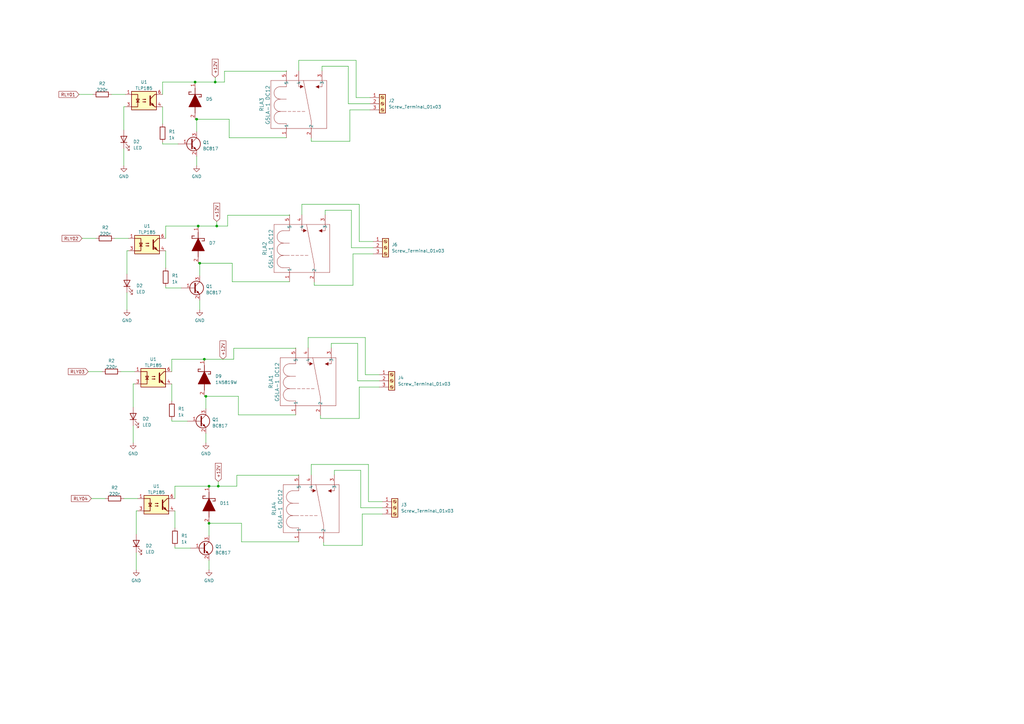
<source format=kicad_sch>
(kicad_sch (version 20230121) (generator eeschema)

  (uuid 3495c5f4-2213-42b5-bb17-1b97138c5b34)

  (paper "A3")

  (lib_symbols
    (symbol "1N5819W:1N5819W" (pin_names hide) (in_bom yes) (on_board yes)
      (property "Reference" "D" (at 12.7 8.89 0)
        (effects (font (size 1.27 1.27)) (justify left top))
      )
      (property "Value" "1N5819W" (at 12.7 6.35 0)
        (effects (font (size 1.27 1.27)) (justify left top))
      )
      (property "Footprint" "SODFL3618X110N" (at 12.7 -93.65 0)
        (effects (font (size 1.27 1.27)) (justify left top) hide)
      )
      (property "Datasheet" "https://datasheet.lcsc.com/szlcsc/Shandong-Jingdao-Microelectronics-1N5819W_C169540.pdf" (at 12.7 -193.65 0)
        (effects (font (size 1.27 1.27)) (justify left top) hide)
      )
      (property "Height" "1.1" (at 12.7 -393.65 0)
        (effects (font (size 1.27 1.27)) (justify left top) hide)
      )
      (property "Manufacturer_Name" "Shandong Jingdao Microelectronics" (at 12.7 -493.65 0)
        (effects (font (size 1.27 1.27)) (justify left top) hide)
      )
      (property "Manufacturer_Part_Number" "1N5819W" (at 12.7 -593.65 0)
        (effects (font (size 1.27 1.27)) (justify left top) hide)
      )
      (property "Mouser Part Number" "" (at 12.7 -693.65 0)
        (effects (font (size 1.27 1.27)) (justify left top) hide)
      )
      (property "Mouser Price/Stock" "" (at 12.7 -793.65 0)
        (effects (font (size 1.27 1.27)) (justify left top) hide)
      )
      (property "Arrow Part Number" "" (at 12.7 -893.65 0)
        (effects (font (size 1.27 1.27)) (justify left top) hide)
      )
      (property "Arrow Price/Stock" "" (at 12.7 -993.65 0)
        (effects (font (size 1.27 1.27)) (justify left top) hide)
      )
      (property "ki_description" "40V 1A 900mV @ 3A 40V 1A 900mV @ 3A SOD-123 Schottky Barrier Diodes (SBD)" (at 0 0 0)
        (effects (font (size 1.27 1.27)) hide)
      )
      (symbol "1N5819W_1_1"
        (polyline
          (pts
            (xy 5.08 0)
            (xy 7.62 0)
          )
          (stroke (width 0.254) (type default))
          (fill (type none))
        )
        (polyline
          (pts
            (xy 6.604 -1.524)
            (xy 6.604 -2.54)
          )
          (stroke (width 0.254) (type default))
          (fill (type none))
        )
        (polyline
          (pts
            (xy 7.62 -2.54)
            (xy 6.604 -2.54)
          )
          (stroke (width 0.254) (type default))
          (fill (type none))
        )
        (polyline
          (pts
            (xy 7.62 2.54)
            (xy 7.62 -2.54)
          )
          (stroke (width 0.254) (type default))
          (fill (type none))
        )
        (polyline
          (pts
            (xy 7.62 2.54)
            (xy 8.636 2.54)
          )
          (stroke (width 0.254) (type default))
          (fill (type none))
        )
        (polyline
          (pts
            (xy 8.636 1.524)
            (xy 8.636 2.54)
          )
          (stroke (width 0.254) (type default))
          (fill (type none))
        )
        (polyline
          (pts
            (xy 12.7 0)
            (xy 15.24 0)
          )
          (stroke (width 0.254) (type default))
          (fill (type none))
        )
        (polyline
          (pts
            (xy 7.62 0)
            (xy 12.7 2.54)
            (xy 12.7 -2.54)
            (xy 7.62 0)
          )
          (stroke (width 0.254) (type default))
          (fill (type outline))
        )
        (pin passive line (at 2.54 0 0) (length 2.54)
          (name "K" (effects (font (size 1.27 1.27))))
          (number "1" (effects (font (size 1.27 1.27))))
        )
        (pin passive line (at 17.78 0 180) (length 2.54)
          (name "A" (effects (font (size 1.27 1.27))))
          (number "2" (effects (font (size 1.27 1.27))))
        )
      )
    )
    (symbol "Connector:Screw_Terminal_01x03" (pin_names (offset 1.016) hide) (in_bom yes) (on_board yes)
      (property "Reference" "J" (at 0 5.08 0)
        (effects (font (size 1.27 1.27)))
      )
      (property "Value" "Screw_Terminal_01x03" (at 0 -5.08 0)
        (effects (font (size 1.27 1.27)))
      )
      (property "Footprint" "" (at 0 0 0)
        (effects (font (size 1.27 1.27)) hide)
      )
      (property "Datasheet" "~" (at 0 0 0)
        (effects (font (size 1.27 1.27)) hide)
      )
      (property "ki_keywords" "screw terminal" (at 0 0 0)
        (effects (font (size 1.27 1.27)) hide)
      )
      (property "ki_description" "Generic screw terminal, single row, 01x03, script generated (kicad-library-utils/schlib/autogen/connector/)" (at 0 0 0)
        (effects (font (size 1.27 1.27)) hide)
      )
      (property "ki_fp_filters" "TerminalBlock*:*" (at 0 0 0)
        (effects (font (size 1.27 1.27)) hide)
      )
      (symbol "Screw_Terminal_01x03_1_1"
        (rectangle (start -1.27 3.81) (end 1.27 -3.81)
          (stroke (width 0.254) (type default))
          (fill (type background))
        )
        (circle (center 0 -2.54) (radius 0.635)
          (stroke (width 0.1524) (type default))
          (fill (type none))
        )
        (polyline
          (pts
            (xy -0.5334 -2.2098)
            (xy 0.3302 -3.048)
          )
          (stroke (width 0.1524) (type default))
          (fill (type none))
        )
        (polyline
          (pts
            (xy -0.5334 0.3302)
            (xy 0.3302 -0.508)
          )
          (stroke (width 0.1524) (type default))
          (fill (type none))
        )
        (polyline
          (pts
            (xy -0.5334 2.8702)
            (xy 0.3302 2.032)
          )
          (stroke (width 0.1524) (type default))
          (fill (type none))
        )
        (polyline
          (pts
            (xy -0.3556 -2.032)
            (xy 0.508 -2.8702)
          )
          (stroke (width 0.1524) (type default))
          (fill (type none))
        )
        (polyline
          (pts
            (xy -0.3556 0.508)
            (xy 0.508 -0.3302)
          )
          (stroke (width 0.1524) (type default))
          (fill (type none))
        )
        (polyline
          (pts
            (xy -0.3556 3.048)
            (xy 0.508 2.2098)
          )
          (stroke (width 0.1524) (type default))
          (fill (type none))
        )
        (circle (center 0 0) (radius 0.635)
          (stroke (width 0.1524) (type default))
          (fill (type none))
        )
        (circle (center 0 2.54) (radius 0.635)
          (stroke (width 0.1524) (type default))
          (fill (type none))
        )
        (pin passive line (at -5.08 2.54 0) (length 3.81)
          (name "Pin_1" (effects (font (size 1.27 1.27))))
          (number "1" (effects (font (size 1.27 1.27))))
        )
        (pin passive line (at -5.08 0 0) (length 3.81)
          (name "Pin_2" (effects (font (size 1.27 1.27))))
          (number "2" (effects (font (size 1.27 1.27))))
        )
        (pin passive line (at -5.08 -2.54 0) (length 3.81)
          (name "Pin_3" (effects (font (size 1.27 1.27))))
          (number "3" (effects (font (size 1.27 1.27))))
        )
      )
    )
    (symbol "Device:LED" (pin_numbers hide) (pin_names (offset 1.016) hide) (in_bom yes) (on_board yes)
      (property "Reference" "D" (at 0 2.54 0)
        (effects (font (size 1.27 1.27)))
      )
      (property "Value" "LED" (at 0 -2.54 0)
        (effects (font (size 1.27 1.27)))
      )
      (property "Footprint" "" (at 0 0 0)
        (effects (font (size 1.27 1.27)) hide)
      )
      (property "Datasheet" "~" (at 0 0 0)
        (effects (font (size 1.27 1.27)) hide)
      )
      (property "ki_keywords" "LED diode" (at 0 0 0)
        (effects (font (size 1.27 1.27)) hide)
      )
      (property "ki_description" "Light emitting diode" (at 0 0 0)
        (effects (font (size 1.27 1.27)) hide)
      )
      (property "ki_fp_filters" "LED* LED_SMD:* LED_THT:*" (at 0 0 0)
        (effects (font (size 1.27 1.27)) hide)
      )
      (symbol "LED_0_1"
        (polyline
          (pts
            (xy -1.27 -1.27)
            (xy -1.27 1.27)
          )
          (stroke (width 0.254) (type default))
          (fill (type none))
        )
        (polyline
          (pts
            (xy -1.27 0)
            (xy 1.27 0)
          )
          (stroke (width 0) (type default))
          (fill (type none))
        )
        (polyline
          (pts
            (xy 1.27 -1.27)
            (xy 1.27 1.27)
            (xy -1.27 0)
            (xy 1.27 -1.27)
          )
          (stroke (width 0.254) (type default))
          (fill (type none))
        )
        (polyline
          (pts
            (xy -3.048 -0.762)
            (xy -4.572 -2.286)
            (xy -3.81 -2.286)
            (xy -4.572 -2.286)
            (xy -4.572 -1.524)
          )
          (stroke (width 0) (type default))
          (fill (type none))
        )
        (polyline
          (pts
            (xy -1.778 -0.762)
            (xy -3.302 -2.286)
            (xy -2.54 -2.286)
            (xy -3.302 -2.286)
            (xy -3.302 -1.524)
          )
          (stroke (width 0) (type default))
          (fill (type none))
        )
      )
      (symbol "LED_1_1"
        (pin passive line (at -3.81 0 0) (length 2.54)
          (name "K" (effects (font (size 1.27 1.27))))
          (number "1" (effects (font (size 1.27 1.27))))
        )
        (pin passive line (at 3.81 0 180) (length 2.54)
          (name "A" (effects (font (size 1.27 1.27))))
          (number "2" (effects (font (size 1.27 1.27))))
        )
      )
    )
    (symbol "Device:R" (pin_numbers hide) (pin_names (offset 0)) (in_bom yes) (on_board yes)
      (property "Reference" "R" (at 2.032 0 90)
        (effects (font (size 1.27 1.27)))
      )
      (property "Value" "R" (at 0 0 90)
        (effects (font (size 1.27 1.27)))
      )
      (property "Footprint" "" (at -1.778 0 90)
        (effects (font (size 1.27 1.27)) hide)
      )
      (property "Datasheet" "~" (at 0 0 0)
        (effects (font (size 1.27 1.27)) hide)
      )
      (property "ki_keywords" "R res resistor" (at 0 0 0)
        (effects (font (size 1.27 1.27)) hide)
      )
      (property "ki_description" "Resistor" (at 0 0 0)
        (effects (font (size 1.27 1.27)) hide)
      )
      (property "ki_fp_filters" "R_*" (at 0 0 0)
        (effects (font (size 1.27 1.27)) hide)
      )
      (symbol "R_0_1"
        (rectangle (start -1.016 -2.54) (end 1.016 2.54)
          (stroke (width 0.254) (type default))
          (fill (type none))
        )
      )
      (symbol "R_1_1"
        (pin passive line (at 0 3.81 270) (length 1.27)
          (name "~" (effects (font (size 1.27 1.27))))
          (number "1" (effects (font (size 1.27 1.27))))
        )
        (pin passive line (at 0 -3.81 90) (length 1.27)
          (name "~" (effects (font (size 1.27 1.27))))
          (number "2" (effects (font (size 1.27 1.27))))
        )
      )
    )
    (symbol "G5LA_OMRON:G5LA-1_DC12" (pin_names (offset 0.254)) (in_bom yes) (on_board yes)
      (property "Reference" "RLA1" (at 28.575 10.16 0)
        (effects (font (size 1.524 1.524)) (justify right))
      )
      (property "Value" "G5LA-1 DC12" (at 33.655 7.62 0)
        (effects (font (size 1.524 1.524)) (justify right))
      )
      (property "Footprint" "RELAY_G5LA_OMR" (at 2.54 8.89 0)
        (effects (font (size 1.27 1.27) italic) hide)
      )
      (property "Datasheet" "G5LA-1 DC12" (at 2.54 10.795 0)
        (effects (font (size 1.27 1.27) italic) hide)
      )
      (property "ki_locked" "" (at 0 0 0)
        (effects (font (size 1.27 1.27)))
      )
      (property "ki_keywords" "G5LA-1 DC12" (at 0 0 0)
        (effects (font (size 1.27 1.27)) hide)
      )
      (property "ki_fp_filters" "RELAY_G5LA_OMR" (at 0 0 0)
        (effects (font (size 1.27 1.27)) hide)
      )
      (symbol "G5LA-1_DC12_0_1"
        (polyline
          (pts
            (xy 15.875 -16.51)
            (xy 35.56 -16.51)
          )
          (stroke (width 0.127) (type default))
          (fill (type none))
        )
        (polyline
          (pts
            (xy 15.875 6.35)
            (xy 15.875 -16.51)
          )
          (stroke (width 0.127) (type default))
          (fill (type none))
        )
        (polyline
          (pts
            (xy 17.78 0)
            (xy 15.875 0)
          )
          (stroke (width 0.127) (type default))
          (fill (type none))
        )
        (polyline
          (pts
            (xy 17.78 2.54)
            (xy 17.78 0)
          )
          (stroke (width 0.127) (type default))
          (fill (type none))
        )
        (polyline
          (pts
            (xy 19.05 -10.16)
            (xy 15.875 -10.16)
          )
          (stroke (width 0.127) (type default))
          (fill (type none))
        )
        (polyline
          (pts
            (xy 19.05 -10.16)
            (xy 35.56 -6.985)
          )
          (stroke (width 0.127) (type default))
          (fill (type none))
        )
        (polyline
          (pts
            (xy 22.86 -6.35)
            (xy 22.86 -7.62)
          )
          (stroke (width 0.127) (type default))
          (fill (type none))
        )
        (polyline
          (pts
            (xy 22.86 -4.445)
            (xy 22.86 -5.715)
          )
          (stroke (width 0.127) (type default))
          (fill (type none))
        )
        (polyline
          (pts
            (xy 22.86 -2.54)
            (xy 22.86 -3.81)
          )
          (stroke (width 0.127) (type default))
          (fill (type none))
        )
        (polyline
          (pts
            (xy 22.86 -1.905)
            (xy 22.86 -0.635)
          )
          (stroke (width 0.127) (type default))
          (fill (type none))
        )
        (polyline
          (pts
            (xy 22.86 2.54)
            (xy 22.86 0)
          )
          (stroke (width 0.127) (type default))
          (fill (type none))
        )
        (polyline
          (pts
            (xy 27.94 2.54)
            (xy 27.94 0)
          )
          (stroke (width 0.127) (type default))
          (fill (type none))
        )
        (polyline
          (pts
            (xy 33.02 -14.605)
            (xy 33.0256 -13.3361)
          )
          (stroke (width 0.127) (type default))
          (fill (type none))
        )
        (polyline
          (pts
            (xy 33.02 -5.08)
            (xy 35.56 -5.08)
          )
          (stroke (width 0.127) (type default))
          (fill (type none))
        )
        (polyline
          (pts
            (xy 33.02 0)
            (xy 35.56 0)
          )
          (stroke (width 0.127) (type default))
          (fill (type none))
        )
        (polyline
          (pts
            (xy 33.02 2.54)
            (xy 33.02 0)
          )
          (stroke (width 0.127) (type default))
          (fill (type none))
        )
        (polyline
          (pts
            (xy 33.048 -6.4646)
            (xy 33.0424 -5.1484)
          )
          (stroke (width 0.127) (type default))
          (fill (type none))
        )
        (polyline
          (pts
            (xy 35.56 -16.51)
            (xy 35.56 6.35)
          )
          (stroke (width 0.127) (type default))
          (fill (type none))
        )
        (polyline
          (pts
            (xy 35.56 -14.605)
            (xy 33.02 -14.605)
          )
          (stroke (width 0.127) (type default))
          (fill (type none))
        )
        (polyline
          (pts
            (xy 35.56 6.35)
            (xy 15.875 6.35)
          )
          (stroke (width 0.127) (type default))
          (fill (type none))
        )
        (polyline
          (pts
            (xy 32.385 -5.715)
            (xy 33.655 -5.715)
            (xy 33.02 -6.985)
          )
          (stroke (width 0) (type default))
          (fill (type outline))
        )
        (polyline
          (pts
            (xy 33.655 -13.335)
            (xy 32.385 -13.335)
            (xy 33.02 -12.065)
          )
          (stroke (width 0) (type default))
          (fill (type outline))
        )
        (arc (start 22.86 2.54) (mid 20.32 5.069) (end 17.78 2.54)
          (stroke (width 0.127) (type default))
          (fill (type none))
        )
        (arc (start 27.94 2.54) (mid 25.4 5.069) (end 22.86 2.54)
          (stroke (width 0.127) (type default))
          (fill (type none))
        )
        (arc (start 33.02 2.54) (mid 30.48 5.069) (end 27.94 2.54)
          (stroke (width 0.127) (type default))
          (fill (type none))
        )
      )
      (symbol "G5LA-1_DC12_1_1"
        (pin unspecified line (at 12.065 0 0) (length 4)
          (name "1" (effects (font (size 1.27 1.27))))
          (number "1" (effects (font (size 1.27 1.27))))
        )
        (pin unspecified line (at 11.875 -10.16 0) (length 4)
          (name "2" (effects (font (size 1.27 1.27))))
          (number "2" (effects (font (size 1.27 1.27))))
        )
        (pin unspecified line (at 39.56 -14.605 180) (length 4)
          (name "3" (effects (font (size 1.27 1.27))))
          (number "3" (effects (font (size 1.27 1.27))))
        )
        (pin unspecified line (at 39.56 -5.08 180) (length 4)
          (name "4" (effects (font (size 1.27 1.27))))
          (number "4" (effects (font (size 1.27 1.27))))
        )
        (pin unspecified line (at 39.56 0 180) (length 4)
          (name "5" (effects (font (size 1.27 1.27))))
          (number "5" (effects (font (size 1.27 1.27))))
        )
      )
    )
    (symbol "Isolator:TLP185" (in_bom yes) (on_board yes)
      (property "Reference" "U" (at -5.08 5.08 0)
        (effects (font (size 1.27 1.27)) (justify left))
      )
      (property "Value" "TLP185" (at -5.08 -5.08 0)
        (effects (font (size 1.27 1.27)) (justify left))
      )
      (property "Footprint" "Package_SO:SOIC-4_4.55x3.7mm_P2.54mm" (at 0 -7.62 0)
        (effects (font (size 1.27 1.27) italic) hide)
      )
      (property "Datasheet" "https://toshiba.semicon-storage.com/info/docget.jsp?did=11791&prodName=TLP185" (at 0 0 0)
        (effects (font (size 1.27 1.27)) (justify left) hide)
      )
      (property "ki_keywords" "NPN DC Optocoupler" (at 0 0 0)
        (effects (font (size 1.27 1.27)) hide)
      )
      (property "ki_description" "DC Optocoupler, Vce 80V, CTR 50-100%, MFSOP6" (at 0 0 0)
        (effects (font (size 1.27 1.27)) hide)
      )
      (property "ki_fp_filters" "SOIC*4.55x3.7mm*P2.54mm*" (at 0 0 0)
        (effects (font (size 1.27 1.27)) hide)
      )
      (symbol "TLP185_0_1"
        (rectangle (start -5.08 3.81) (end 5.08 -3.81)
          (stroke (width 0.254) (type default))
          (fill (type background))
        )
        (polyline
          (pts
            (xy -3.175 -0.635)
            (xy -1.905 -0.635)
          )
          (stroke (width 0.254) (type default))
          (fill (type none))
        )
        (polyline
          (pts
            (xy 2.54 1.905)
            (xy 2.54 -1.905)
            (xy 2.54 -1.905)
          )
          (stroke (width 0.508) (type default))
          (fill (type none))
        )
        (polyline
          (pts
            (xy 5.08 -2.54)
            (xy 4.445 -2.54)
            (xy 2.54 -0.635)
          )
          (stroke (width 0.254) (type default))
          (fill (type none))
        )
        (polyline
          (pts
            (xy 5.08 2.54)
            (xy 4.445 2.54)
            (xy 2.54 0.635)
          )
          (stroke (width 0.254) (type default))
          (fill (type none))
        )
        (polyline
          (pts
            (xy -5.08 -2.54)
            (xy -2.54 -2.54)
            (xy -2.54 2.54)
            (xy -5.08 2.54)
          )
          (stroke (width 0.254) (type default))
          (fill (type none))
        )
        (polyline
          (pts
            (xy -2.54 -0.635)
            (xy -3.175 0.635)
            (xy -1.905 0.635)
            (xy -2.54 -0.635)
          )
          (stroke (width 0.254) (type default))
          (fill (type none))
        )
        (polyline
          (pts
            (xy -0.508 -0.508)
            (xy 0.762 -0.508)
            (xy 0.381 -0.635)
            (xy 0.381 -0.381)
            (xy 0.762 -0.508)
          )
          (stroke (width 0.254) (type default))
          (fill (type none))
        )
        (polyline
          (pts
            (xy -0.508 0.508)
            (xy 0.762 0.508)
            (xy 0.381 0.381)
            (xy 0.381 0.635)
            (xy 0.762 0.508)
          )
          (stroke (width 0.254) (type default))
          (fill (type none))
        )
        (polyline
          (pts
            (xy 3.048 -1.651)
            (xy 3.556 -1.143)
            (xy 4.064 -2.159)
            (xy 3.048 -1.651)
            (xy 3.048 -1.651)
          )
          (stroke (width 0.254) (type default))
          (fill (type outline))
        )
      )
      (symbol "TLP185_1_1"
        (pin passive line (at -7.62 2.54 0) (length 2.54)
          (name "~" (effects (font (size 1.27 1.27))))
          (number "1" (effects (font (size 1.27 1.27))))
        )
        (pin passive line (at -7.62 -2.54 0) (length 2.54)
          (name "~" (effects (font (size 1.27 1.27))))
          (number "3" (effects (font (size 1.27 1.27))))
        )
        (pin passive line (at 7.62 -2.54 180) (length 2.54)
          (name "~" (effects (font (size 1.27 1.27))))
          (number "4" (effects (font (size 1.27 1.27))))
        )
        (pin passive line (at 7.62 2.54 180) (length 2.54)
          (name "~" (effects (font (size 1.27 1.27))))
          (number "6" (effects (font (size 1.27 1.27))))
        )
      )
    )
    (symbol "Transistor_BJT:BC817" (pin_names (offset 0) hide) (in_bom yes) (on_board yes)
      (property "Reference" "Q" (at 5.08 1.905 0)
        (effects (font (size 1.27 1.27)) (justify left))
      )
      (property "Value" "BC817" (at 5.08 0 0)
        (effects (font (size 1.27 1.27)) (justify left))
      )
      (property "Footprint" "Package_TO_SOT_SMD:SOT-23" (at 5.08 -1.905 0)
        (effects (font (size 1.27 1.27) italic) (justify left) hide)
      )
      (property "Datasheet" "https://www.onsemi.com/pub/Collateral/BC818-D.pdf" (at 0 0 0)
        (effects (font (size 1.27 1.27)) (justify left) hide)
      )
      (property "ki_keywords" "NPN Transistor" (at 0 0 0)
        (effects (font (size 1.27 1.27)) hide)
      )
      (property "ki_description" "0.8A Ic, 45V Vce, NPN Transistor, SOT-23" (at 0 0 0)
        (effects (font (size 1.27 1.27)) hide)
      )
      (property "ki_fp_filters" "SOT?23*" (at 0 0 0)
        (effects (font (size 1.27 1.27)) hide)
      )
      (symbol "BC817_0_1"
        (polyline
          (pts
            (xy 0.635 0.635)
            (xy 2.54 2.54)
          )
          (stroke (width 0) (type default))
          (fill (type none))
        )
        (polyline
          (pts
            (xy 0.635 -0.635)
            (xy 2.54 -2.54)
            (xy 2.54 -2.54)
          )
          (stroke (width 0) (type default))
          (fill (type none))
        )
        (polyline
          (pts
            (xy 0.635 1.905)
            (xy 0.635 -1.905)
            (xy 0.635 -1.905)
          )
          (stroke (width 0.508) (type default))
          (fill (type none))
        )
        (polyline
          (pts
            (xy 1.27 -1.778)
            (xy 1.778 -1.27)
            (xy 2.286 -2.286)
            (xy 1.27 -1.778)
            (xy 1.27 -1.778)
          )
          (stroke (width 0) (type default))
          (fill (type outline))
        )
        (circle (center 1.27 0) (radius 2.8194)
          (stroke (width 0.254) (type default))
          (fill (type none))
        )
      )
      (symbol "BC817_1_1"
        (pin input line (at -5.08 0 0) (length 5.715)
          (name "B" (effects (font (size 1.27 1.27))))
          (number "1" (effects (font (size 1.27 1.27))))
        )
        (pin passive line (at 2.54 -5.08 90) (length 2.54)
          (name "E" (effects (font (size 1.27 1.27))))
          (number "2" (effects (font (size 1.27 1.27))))
        )
        (pin passive line (at 2.54 5.08 270) (length 2.54)
          (name "C" (effects (font (size 1.27 1.27))))
          (number "3" (effects (font (size 1.27 1.27))))
        )
      )
    )
    (symbol "power:GND" (power) (pin_names (offset 0)) (in_bom yes) (on_board yes)
      (property "Reference" "#PWR" (at 0 -6.35 0)
        (effects (font (size 1.27 1.27)) hide)
      )
      (property "Value" "GND" (at 0 -3.81 0)
        (effects (font (size 1.27 1.27)))
      )
      (property "Footprint" "" (at 0 0 0)
        (effects (font (size 1.27 1.27)) hide)
      )
      (property "Datasheet" "" (at 0 0 0)
        (effects (font (size 1.27 1.27)) hide)
      )
      (property "ki_keywords" "power-flag" (at 0 0 0)
        (effects (font (size 1.27 1.27)) hide)
      )
      (property "ki_description" "Power symbol creates a global label with name \"GND\" , ground" (at 0 0 0)
        (effects (font (size 1.27 1.27)) hide)
      )
      (symbol "GND_0_1"
        (polyline
          (pts
            (xy 0 0)
            (xy 0 -1.27)
            (xy 1.27 -1.27)
            (xy 0 -2.54)
            (xy -1.27 -1.27)
            (xy 0 -1.27)
          )
          (stroke (width 0) (type default))
          (fill (type none))
        )
      )
      (symbol "GND_1_1"
        (pin power_in line (at 0 0 270) (length 0) hide
          (name "GND" (effects (font (size 1.27 1.27))))
          (number "1" (effects (font (size 1.27 1.27))))
        )
      )
    )
  )

  (junction (at 88.9 92.71) (diameter 0) (color 0 0 0 0)
    (uuid 00de3f09-d0eb-402b-b276-3699575e5804)
  )
  (junction (at 83.82 147.32) (diameter 0) (color 0 0 0 0)
    (uuid 0537e32b-5bb6-46b7-9a49-a2075612e6f5)
  )
  (junction (at 81.28 92.71) (diameter 0) (color 0 0 0 0)
    (uuid 18aee0fd-f3e3-4437-a512-969194ccb844)
  )
  (junction (at 88.265 33.655) (diameter 0) (color 0 0 0 0)
    (uuid 281b9ea3-682a-4139-8a85-67f0fd3ee119)
  )
  (junction (at 84.455 162.56) (diameter 0) (color 0 0 0 0)
    (uuid 46940602-6255-4f9d-a803-5b07669d0d74)
  )
  (junction (at 81.915 107.95) (diameter 0) (color 0 0 0 0)
    (uuid 7dab421c-f28f-4b42-9e78-84c0412e51e9)
  )
  (junction (at 80.01 33.655) (diameter 0) (color 0 0 0 0)
    (uuid 90d87194-5519-46b4-aff1-7f2d1dd10da7)
  )
  (junction (at 85.725 214.63) (diameter 0) (color 0 0 0 0)
    (uuid b5a2e090-0ec2-470d-9d8d-661890baa5ad)
  )
  (junction (at 89.535 199.39) (diameter 0) (color 0 0 0 0)
    (uuid d04f5b33-0996-49a1-82da-68a733a1d802)
  )
  (junction (at 80.645 48.895) (diameter 0) (color 0 0 0 0)
    (uuid d0ea3a15-6ef5-4fdf-b596-4a69cf618b78)
  )
  (junction (at 85.725 199.39) (diameter 0) (color 0 0 0 0)
    (uuid e87f25da-30d0-443f-84e4-7ba80256fefa)
  )

  (wire (pts (xy 127.635 190.5) (xy 151.13 190.5))
    (stroke (width 0) (type default))
    (uuid 0404586c-4171-4eb3-8ac7-7cf6137236ff)
  )
  (wire (pts (xy 93.345 92.71) (xy 93.345 88.265))
    (stroke (width 0) (type default))
    (uuid 058c31cd-ce01-46ef-97c2-502258581921)
  )
  (wire (pts (xy 85.725 199.39) (xy 89.535 199.39))
    (stroke (width 0) (type default))
    (uuid 08d48499-4134-4866-b94d-6bc4f67638fa)
  )
  (wire (pts (xy 70.485 157.48) (xy 70.485 164.465))
    (stroke (width 0) (type default))
    (uuid 098ba89e-8ec6-4527-872e-cbb0886198e0)
  )
  (wire (pts (xy 67.945 92.71) (xy 81.28 92.71))
    (stroke (width 0) (type default))
    (uuid 0a64974f-ae32-419a-9f3b-25947b0090d1)
  )
  (wire (pts (xy 80.01 33.655) (xy 88.265 33.655))
    (stroke (width 0) (type default))
    (uuid 0ab36165-d86e-46b0-98e9-d1a6f739dfd1)
  )
  (wire (pts (xy 81.28 107.95) (xy 81.915 107.95))
    (stroke (width 0) (type default))
    (uuid 0b9f1903-576f-49b0-af21-e4a295058956)
  )
  (wire (pts (xy 123.825 83.82) (xy 147.32 83.82))
    (stroke (width 0) (type default))
    (uuid 0cae6a34-70b7-4e9b-bb98-95a84feaa08c)
  )
  (wire (pts (xy 85.725 214.63) (xy 99.06 214.63))
    (stroke (width 0) (type default))
    (uuid 0e65ac96-66ff-4736-a688-a1800ebfec02)
  )
  (wire (pts (xy 83.82 147.32) (xy 95.885 147.32))
    (stroke (width 0) (type default))
    (uuid 144b6b23-53cb-43b1-bb61-eee1407cf023)
  )
  (wire (pts (xy 80.01 48.895) (xy 80.645 48.895))
    (stroke (width 0) (type default))
    (uuid 15de7497-768c-4c06-890e-7492f7ac763c)
  )
  (wire (pts (xy 70.485 172.085) (xy 70.485 172.72))
    (stroke (width 0) (type default))
    (uuid 17097c92-73f6-4cf1-82ae-208fde46b5f6)
  )
  (wire (pts (xy 142.875 42.545) (xy 151.765 42.545))
    (stroke (width 0) (type default))
    (uuid 1734f578-af17-4a1c-884d-49b5b8d23df7)
  )
  (wire (pts (xy 132.715 222.44) (xy 132.715 223.71))
    (stroke (width 0) (type default))
    (uuid 1a23f735-1220-40a8-813a-6fb859a34247)
  )
  (wire (pts (xy 95.885 142.875) (xy 121.285 142.875))
    (stroke (width 0) (type default))
    (uuid 1c631371-6db5-4eb0-9213-b80a623af74d)
  )
  (wire (pts (xy 131.445 170.37) (xy 131.445 171.64))
    (stroke (width 0) (type default))
    (uuid 1c666d16-0fcc-46ba-852f-7927c58c9cfe)
  )
  (wire (pts (xy 137.16 192.9277) (xy 147.955 192.9277))
    (stroke (width 0) (type default))
    (uuid 1e2a8bcc-2716-4cbc-a430-61f5ef0a3f8d)
  )
  (wire (pts (xy 143.51 57.975) (xy 143.51 45.085))
    (stroke (width 0) (type default))
    (uuid 1f786a4b-96da-4c12-8718-79779b0bd302)
  )
  (wire (pts (xy 149.86 138.43) (xy 149.86 153.67))
    (stroke (width 0) (type default))
    (uuid 2366bd5f-4e20-42f9-b43d-16b5467e0bac)
  )
  (wire (pts (xy 50.8 204.47) (xy 56.515 204.47))
    (stroke (width 0) (type default))
    (uuid 242e1c9e-c533-4897-bc97-539f377fad8a)
  )
  (wire (pts (xy 71.755 199.39) (xy 71.755 204.47))
    (stroke (width 0) (type default))
    (uuid 2528913c-9c13-42b7-bdc7-3b4d86eae212)
  )
  (wire (pts (xy 54.61 167.005) (xy 54.61 157.48))
    (stroke (width 0) (type default))
    (uuid 2760e21f-fede-4c6f-acee-7427e79f4076)
  )
  (wire (pts (xy 137.16 192.9277) (xy 137.16 194.755))
    (stroke (width 0) (type default))
    (uuid 2bd191ce-f8b8-4446-ab76-3d7ed882f5ea)
  )
  (wire (pts (xy 118.745 88.265) (xy 118.745 88.075))
    (stroke (width 0) (type default))
    (uuid 3076b95a-b736-4f4f-93f9-63a5cb57f62c)
  )
  (wire (pts (xy 126.365 138.43) (xy 126.365 142.685))
    (stroke (width 0) (type default))
    (uuid 30871079-5f5f-4a9b-8899-809d23f04a4b)
  )
  (wire (pts (xy 93.98 48.895) (xy 93.98 56.515))
    (stroke (width 0) (type default))
    (uuid 32b6eacd-6967-4bc5-928c-3d5de87441df)
  )
  (wire (pts (xy 67.945 118.11) (xy 74.295 118.11))
    (stroke (width 0) (type default))
    (uuid 32b7d1e1-ce2c-424c-9d2f-376e775452de)
  )
  (wire (pts (xy 151.13 190.5) (xy 151.13 205.74))
    (stroke (width 0) (type default))
    (uuid 34518f22-a40a-4357-8cc5-ff2c18ef9cf0)
  )
  (wire (pts (xy 147.32 171.64) (xy 147.32 158.75))
    (stroke (width 0) (type default))
    (uuid 34e60865-ba34-4d07-a462-e1c9c99bccdd)
  )
  (wire (pts (xy 37.465 204.47) (xy 43.18 204.47))
    (stroke (width 0) (type default))
    (uuid 35aaca34-5b34-4bfd-9ed1-eff004ddcd45)
  )
  (wire (pts (xy 55.88 233.68) (xy 55.88 226.695))
    (stroke (width 0) (type default))
    (uuid 367a305c-2e20-4ca8-bfa8-38abd9f1d1e2)
  )
  (wire (pts (xy 88.9 92.71) (xy 93.345 92.71))
    (stroke (width 0) (type default))
    (uuid 3947e9ea-b470-4b87-b7c0-6ed9dc255b8e)
  )
  (wire (pts (xy 66.675 33.655) (xy 80.01 33.655))
    (stroke (width 0) (type default))
    (uuid 39cf501a-3f41-4a28-80cc-db8aac86bb28)
  )
  (wire (pts (xy 146.05 40.005) (xy 151.765 40.005))
    (stroke (width 0) (type default))
    (uuid 3eb09fc0-b47c-4372-a356-b1bc96080ce1)
  )
  (wire (pts (xy 128.905 117.03) (xy 144.78 117.03))
    (stroke (width 0) (type default))
    (uuid 4388b264-550d-48b2-be8c-4bbf0a92e826)
  )
  (wire (pts (xy 147.955 192.9277) (xy 147.955 208.28))
    (stroke (width 0) (type default))
    (uuid 43ebaeaa-19fb-442c-87bb-7118a1d799af)
  )
  (wire (pts (xy 84.455 162.56) (xy 97.79 162.56))
    (stroke (width 0) (type default))
    (uuid 4b4317f0-f4a6-40f1-a5ad-2f0b0f9f9e2e)
  )
  (wire (pts (xy 95.25 115.57) (xy 118.745 115.57))
    (stroke (width 0) (type default))
    (uuid 4b55fb66-4f25-45f4-b538-f8415aa7b901)
  )
  (wire (pts (xy 55.88 219.075) (xy 55.88 209.55))
    (stroke (width 0) (type default))
    (uuid 4cfa2e98-ef28-4ff8-9a9a-2fc3a5c41d16)
  )
  (wire (pts (xy 128.905 115.76) (xy 128.905 117.03))
    (stroke (width 0) (type default))
    (uuid 4d72aca0-2fd0-4d16-9741-dcf80244884b)
  )
  (wire (pts (xy 66.675 33.655) (xy 66.675 38.735))
    (stroke (width 0) (type default))
    (uuid 4d9d585c-c687-40db-9d60-ae3e7def612a)
  )
  (wire (pts (xy 122.555 194.945) (xy 122.555 194.755))
    (stroke (width 0) (type default))
    (uuid 4fc59dae-cbcc-44a0-9bd5-02362b68b2fc)
  )
  (wire (pts (xy 88.9 90.805) (xy 88.9 92.71))
    (stroke (width 0) (type default))
    (uuid 50ff2210-a9fb-45eb-b235-1a28c9e5e78d)
  )
  (wire (pts (xy 71.755 199.39) (xy 85.725 199.39))
    (stroke (width 0) (type default))
    (uuid 527bc06b-366b-4b6a-86ad-d908dc5b16e3)
  )
  (wire (pts (xy 88.265 33.655) (xy 92.075 33.655))
    (stroke (width 0) (type default))
    (uuid 55a0ae64-7e7e-41b0-af4d-224d9837e44d)
  )
  (wire (pts (xy 33.655 97.79) (xy 39.37 97.79))
    (stroke (width 0) (type default))
    (uuid 589a4095-8200-4383-9baf-966718132eff)
  )
  (wire (pts (xy 95.885 147.32) (xy 95.885 142.875))
    (stroke (width 0) (type default))
    (uuid 58bac774-2069-4fed-a92e-4f8e0f64f51a)
  )
  (wire (pts (xy 127.635 57.975) (xy 143.51 57.975))
    (stroke (width 0) (type default))
    (uuid 58e25800-846c-4356-ae0a-f1f520426da5)
  )
  (wire (pts (xy 52.07 127) (xy 52.07 120.015))
    (stroke (width 0) (type default))
    (uuid 5e61acdb-6fb9-4a0a-bdad-ffa77d54602e)
  )
  (wire (pts (xy 151.13 205.74) (xy 156.845 205.74))
    (stroke (width 0) (type default))
    (uuid 5ea649fb-cac5-4907-824a-3790d9f7c6a0)
  )
  (wire (pts (xy 132.08 27.1927) (xy 132.08 29.02))
    (stroke (width 0) (type default))
    (uuid 5f756d0d-2f58-40b7-986a-06bad6264486)
  )
  (wire (pts (xy 50.8 43.815) (xy 51.435 43.815))
    (stroke (width 0) (type default))
    (uuid 6033df2f-ded9-4867-80c5-f651d75c01f1)
  )
  (wire (pts (xy 146.685 140.8577) (xy 146.685 156.21))
    (stroke (width 0) (type default))
    (uuid 60d04812-294f-4065-aedd-6edc1ecc7854)
  )
  (wire (pts (xy 147.955 208.28) (xy 156.845 208.28))
    (stroke (width 0) (type default))
    (uuid 65a44739-89f9-433e-8b1a-5be3f7b58ddd)
  )
  (wire (pts (xy 148.59 210.82) (xy 156.845 210.82))
    (stroke (width 0) (type default))
    (uuid 6621a419-95af-4875-b5ea-08d6280c2f43)
  )
  (wire (pts (xy 66.675 58.42) (xy 66.675 59.055))
    (stroke (width 0) (type default))
    (uuid 669f8370-c876-409d-a6b7-171283bcc494)
  )
  (wire (pts (xy 36.195 152.4) (xy 41.91 152.4))
    (stroke (width 0) (type default))
    (uuid 671c4c1a-318e-44ed-b2ca-6a2503238660)
  )
  (wire (pts (xy 70.485 147.32) (xy 70.485 152.4))
    (stroke (width 0) (type default))
    (uuid 679f1ded-7b9c-4152-9fb4-8f586b13e938)
  )
  (wire (pts (xy 81.28 92.71) (xy 88.9 92.71))
    (stroke (width 0) (type default))
    (uuid 688e5a99-109d-47ee-9c9b-ed5650ec2ed9)
  )
  (wire (pts (xy 97.79 170.18) (xy 121.285 170.18))
    (stroke (width 0) (type default))
    (uuid 69583365-4ab7-4316-bdbf-950b6a0fa3cb)
  )
  (wire (pts (xy 70.485 147.32) (xy 83.82 147.32))
    (stroke (width 0) (type default))
    (uuid 69bbd74b-f7cb-4951-b50a-aa59557d34e0)
  )
  (wire (pts (xy 131.445 171.64) (xy 147.32 171.64))
    (stroke (width 0) (type default))
    (uuid 6eeee4b6-5102-47a0-92f9-419a9b01b376)
  )
  (wire (pts (xy 142.875 27.1927) (xy 142.875 42.545))
    (stroke (width 0) (type default))
    (uuid 6f2811ff-af6c-48aa-8d71-3f06e9777eec)
  )
  (wire (pts (xy 135.89 140.8577) (xy 146.685 140.8577))
    (stroke (width 0) (type default))
    (uuid 700fbd84-9c4e-41c1-93aa-56dbec193ceb)
  )
  (wire (pts (xy 52.07 102.87) (xy 52.705 102.87))
    (stroke (width 0) (type default))
    (uuid 702e159a-62b0-4060-9341-f193363a148e)
  )
  (wire (pts (xy 80.645 48.895) (xy 80.645 53.975))
    (stroke (width 0) (type default))
    (uuid 7069e690-684c-4b79-b4c2-b62369820e9e)
  )
  (wire (pts (xy 71.755 224.155) (xy 71.755 224.79))
    (stroke (width 0) (type default))
    (uuid 710799c9-27a2-4d7e-8f7f-d68a0554408f)
  )
  (wire (pts (xy 97.155 194.945) (xy 122.555 194.945))
    (stroke (width 0) (type default))
    (uuid 724b1516-c1c9-4efc-ba00-85d5d50cc757)
  )
  (wire (pts (xy 132.715 223.71) (xy 148.59 223.71))
    (stroke (width 0) (type default))
    (uuid 78a80afc-6eda-4721-a403-d6b1a0bc778b)
  )
  (wire (pts (xy 89.535 199.39) (xy 97.155 199.39))
    (stroke (width 0) (type default))
    (uuid 7fee7ab0-2df6-42b8-98cc-faeca0ec91de)
  )
  (wire (pts (xy 126.365 138.43) (xy 149.86 138.43))
    (stroke (width 0) (type default))
    (uuid 837d5ed5-7e81-4e4c-b527-da4fe324ab8a)
  )
  (wire (pts (xy 97.79 162.56) (xy 97.79 170.18))
    (stroke (width 0) (type default))
    (uuid 868df2ff-5b79-4e88-87ab-0add4a1949d5)
  )
  (wire (pts (xy 92.075 29.21) (xy 117.475 29.21))
    (stroke (width 0) (type default))
    (uuid 8944cbdc-87e7-4375-a200-e3509010c521)
  )
  (wire (pts (xy 80.645 67.945) (xy 80.645 64.135))
    (stroke (width 0) (type default))
    (uuid 8a47996e-ba33-42de-a5eb-cf79c18eb225)
  )
  (wire (pts (xy 67.945 102.87) (xy 67.945 109.855))
    (stroke (width 0) (type default))
    (uuid 8b0c0820-41e4-4485-a455-039e565b2163)
  )
  (wire (pts (xy 83.82 162.56) (xy 84.455 162.56))
    (stroke (width 0) (type default))
    (uuid 8b3e50c9-4f38-4940-8376-e23be63ec5fc)
  )
  (wire (pts (xy 127.635 190.5) (xy 127.635 194.755))
    (stroke (width 0) (type default))
    (uuid 8d6bac3c-755f-4d07-a206-0f997f3d1d30)
  )
  (wire (pts (xy 122.555 24.765) (xy 146.05 24.765))
    (stroke (width 0) (type default))
    (uuid 902e4408-a871-4475-ab1b-7a76ad1e9a08)
  )
  (wire (pts (xy 88.265 31.75) (xy 88.265 33.655))
    (stroke (width 0) (type default))
    (uuid 934dd96a-01eb-4e53-8543-e04983ef8ab2)
  )
  (wire (pts (xy 135.89 140.8577) (xy 135.89 142.685))
    (stroke (width 0) (type default))
    (uuid 93bdc239-69c1-40f4-b6e8-edd8b8c2fb38)
  )
  (wire (pts (xy 133.35 86.2477) (xy 133.35 88.075))
    (stroke (width 0) (type default))
    (uuid 94189549-3ad0-47b4-b9d1-963d8f0c434a)
  )
  (wire (pts (xy 97.155 199.39) (xy 97.155 194.945))
    (stroke (width 0) (type default))
    (uuid 95fc3516-4754-4293-a206-1e29ec9d98ec)
  )
  (wire (pts (xy 99.06 222.25) (xy 122.555 222.25))
    (stroke (width 0) (type default))
    (uuid 9741a9d0-b95f-4018-90bd-1a812aaaa1d7)
  )
  (wire (pts (xy 85.725 233.68) (xy 85.725 229.87))
    (stroke (width 0) (type default))
    (uuid 9c2d15cc-2bb4-4137-b2c8-fd4f64d215d2)
  )
  (wire (pts (xy 71.755 209.55) (xy 71.755 216.535))
    (stroke (width 0) (type default))
    (uuid 9e8c7353-c14e-4ac4-b575-75427b9137f2)
  )
  (wire (pts (xy 123.825 83.82) (xy 123.825 88.075))
    (stroke (width 0) (type default))
    (uuid a013534f-1a28-4bb4-a700-1d250d313e3e)
  )
  (wire (pts (xy 143.51 45.085) (xy 151.765 45.085))
    (stroke (width 0) (type default))
    (uuid a3b0811e-bfa9-4db1-b1eb-22bf3e4444e1)
  )
  (wire (pts (xy 93.345 88.265) (xy 118.745 88.265))
    (stroke (width 0) (type default))
    (uuid a66bb6f5-6baa-4095-add6-d8eceb41553a)
  )
  (wire (pts (xy 93.98 56.515) (xy 117.475 56.515))
    (stroke (width 0) (type default))
    (uuid abbfe1f3-18d5-4409-a715-c015a87bc846)
  )
  (wire (pts (xy 144.78 117.03) (xy 144.78 104.14))
    (stroke (width 0) (type default))
    (uuid afea6e58-70f0-4250-b2d5-1bd7d89bff31)
  )
  (wire (pts (xy 84.455 162.56) (xy 84.455 167.64))
    (stroke (width 0) (type default))
    (uuid b06b60d7-719f-4f70-96f0-5d6cf8fba8e9)
  )
  (wire (pts (xy 50.8 53.34) (xy 50.8 43.815))
    (stroke (width 0) (type default))
    (uuid b2635f96-aadf-45d8-8b8a-8300f0330376)
  )
  (wire (pts (xy 66.675 43.815) (xy 66.675 50.8))
    (stroke (width 0) (type default))
    (uuid b28083f0-ce9d-4757-b8cd-88572c97ebb7)
  )
  (wire (pts (xy 121.285 142.875) (xy 121.285 142.685))
    (stroke (width 0) (type default))
    (uuid b28cfd58-187e-46d0-8e4c-07cacf927768)
  )
  (wire (pts (xy 84.455 181.61) (xy 84.455 177.8))
    (stroke (width 0) (type default))
    (uuid b2bcb474-99fe-4f71-bf4c-b091c771ea5a)
  )
  (wire (pts (xy 144.145 101.6) (xy 153.035 101.6))
    (stroke (width 0) (type default))
    (uuid b870e728-7bdd-4dee-bbb7-596fd51d40f0)
  )
  (wire (pts (xy 54.61 157.48) (xy 55.245 157.48))
    (stroke (width 0) (type default))
    (uuid baf72745-96c5-43d1-b467-b6cc8e004b65)
  )
  (wire (pts (xy 132.08 27.1927) (xy 142.875 27.1927))
    (stroke (width 0) (type default))
    (uuid c2702786-8beb-4e09-9e20-97f3da5467d3)
  )
  (wire (pts (xy 80.645 48.895) (xy 93.98 48.895))
    (stroke (width 0) (type default))
    (uuid c438f44f-a24e-438e-963a-83096b58f266)
  )
  (wire (pts (xy 117.475 29.21) (xy 117.475 29.02))
    (stroke (width 0) (type default))
    (uuid c5385152-5e48-4d73-8728-c74faa8aa5f7)
  )
  (wire (pts (xy 45.72 38.735) (xy 51.435 38.735))
    (stroke (width 0) (type default))
    (uuid c7710104-0207-4f49-9fb7-c573f35df27d)
  )
  (wire (pts (xy 146.05 24.765) (xy 146.05 40.005))
    (stroke (width 0) (type default))
    (uuid c83e5572-de36-42a6-bdc4-122d29efcbf2)
  )
  (wire (pts (xy 52.07 112.395) (xy 52.07 102.87))
    (stroke (width 0) (type default))
    (uuid c91a2994-f618-486d-a5fa-db72ab206696)
  )
  (wire (pts (xy 81.915 107.95) (xy 81.915 113.03))
    (stroke (width 0) (type default))
    (uuid ca25f503-97c2-4e52-8262-dfd53f182e36)
  )
  (wire (pts (xy 146.685 156.21) (xy 155.575 156.21))
    (stroke (width 0) (type default))
    (uuid cfac8554-5d77-4839-87ac-77d29741de52)
  )
  (wire (pts (xy 54.61 181.61) (xy 54.61 174.625))
    (stroke (width 0) (type default))
    (uuid d13f7b64-8652-44f7-bd9f-38f28320161c)
  )
  (wire (pts (xy 149.86 153.67) (xy 155.575 153.67))
    (stroke (width 0) (type default))
    (uuid d40a7d2f-c3c0-4ab5-b21f-b20b2913e051)
  )
  (wire (pts (xy 89.535 197.485) (xy 89.535 199.39))
    (stroke (width 0) (type default))
    (uuid d511e143-eb2e-404d-a8f1-b9da88f788b6)
  )
  (wire (pts (xy 99.06 214.63) (xy 99.06 222.25))
    (stroke (width 0) (type default))
    (uuid d7c45ec1-22e7-4790-8d8e-571e745fe2fa)
  )
  (wire (pts (xy 147.32 99.06) (xy 153.035 99.06))
    (stroke (width 0) (type default))
    (uuid d8a7be4e-c882-416e-bf0d-17cc18ad52cf)
  )
  (wire (pts (xy 50.8 67.945) (xy 50.8 60.96))
    (stroke (width 0) (type default))
    (uuid d9d10dc5-3f7a-4268-b730-66ce4a6e2a64)
  )
  (wire (pts (xy 49.53 152.4) (xy 55.245 152.4))
    (stroke (width 0) (type default))
    (uuid dc0fe18c-a5bb-404c-aaad-66abce433e72)
  )
  (wire (pts (xy 66.675 59.055) (xy 73.025 59.055))
    (stroke (width 0) (type default))
    (uuid dd2a9d4d-0b0e-45ad-990e-94a35d20cdf7)
  )
  (wire (pts (xy 127.635 56.705) (xy 127.635 57.975))
    (stroke (width 0) (type default))
    (uuid deab181e-12cd-4bbc-bc7e-df32614431eb)
  )
  (wire (pts (xy 122.555 24.765) (xy 122.555 29.02))
    (stroke (width 0) (type default))
    (uuid df65ec9d-3aaa-4fbb-a57f-fcbcc46fed96)
  )
  (wire (pts (xy 92.075 33.655) (xy 92.075 29.21))
    (stroke (width 0) (type default))
    (uuid dfe39e57-2c8c-45c6-89ed-26fc219af3bb)
  )
  (wire (pts (xy 147.32 158.75) (xy 155.575 158.75))
    (stroke (width 0) (type default))
    (uuid e056f6b2-9cfb-4cfb-beca-a0b8e4817174)
  )
  (wire (pts (xy 95.25 107.95) (xy 95.25 115.57))
    (stroke (width 0) (type default))
    (uuid e1fd6056-8e0f-4acd-af30-a18519c3f743)
  )
  (wire (pts (xy 85.725 214.63) (xy 85.725 219.71))
    (stroke (width 0) (type default))
    (uuid e6fae3fb-5e08-4af8-bed1-dc0fb7578ce5)
  )
  (wire (pts (xy 81.915 127) (xy 81.915 123.19))
    (stroke (width 0) (type default))
    (uuid e8a29b2f-c229-4d45-8bc7-61a35c1391fb)
  )
  (wire (pts (xy 71.755 224.79) (xy 78.105 224.79))
    (stroke (width 0) (type default))
    (uuid e8e0f2ac-857a-467b-b334-f3024eb4589d)
  )
  (wire (pts (xy 46.99 97.79) (xy 52.705 97.79))
    (stroke (width 0) (type default))
    (uuid ea589bc1-d276-4620-b0f8-e856c523b1dd)
  )
  (wire (pts (xy 144.145 86.2477) (xy 144.145 101.6))
    (stroke (width 0) (type default))
    (uuid ee995ad8-7fde-4bf4-87f9-659df0128f0c)
  )
  (wire (pts (xy 81.915 107.95) (xy 95.25 107.95))
    (stroke (width 0) (type default))
    (uuid ef37734b-a42e-4a47-ade8-ebd381a3ff7f)
  )
  (wire (pts (xy 67.945 92.71) (xy 67.945 97.79))
    (stroke (width 0) (type default))
    (uuid f27f6528-7946-4e1f-8e2a-6cdfa2d97982)
  )
  (wire (pts (xy 148.59 223.71) (xy 148.59 210.82))
    (stroke (width 0) (type default))
    (uuid f3afb0b9-4898-488f-a4f0-f0af82915d96)
  )
  (wire (pts (xy 144.78 104.14) (xy 153.035 104.14))
    (stroke (width 0) (type default))
    (uuid f3feda36-a374-41d8-9778-40aec1fb013e)
  )
  (wire (pts (xy 133.35 86.2477) (xy 144.145 86.2477))
    (stroke (width 0) (type default))
    (uuid f473d620-26f5-4d31-8237-864b22448c02)
  )
  (wire (pts (xy 67.945 117.475) (xy 67.945 118.11))
    (stroke (width 0) (type default))
    (uuid f73b5d28-ceae-4caa-8827-17929f9e22d2)
  )
  (wire (pts (xy 32.385 38.735) (xy 38.1 38.735))
    (stroke (width 0) (type default))
    (uuid f76f84c3-f035-426a-8d5e-72e1f844d677)
  )
  (wire (pts (xy 55.88 209.55) (xy 56.515 209.55))
    (stroke (width 0) (type default))
    (uuid f8360899-c424-4f4f-861b-377e57dd3280)
  )
  (wire (pts (xy 147.32 83.82) (xy 147.32 99.06))
    (stroke (width 0) (type default))
    (uuid f8bb2174-918d-4ed0-bb79-3b099ba61e43)
  )
  (wire (pts (xy 70.485 172.72) (xy 76.835 172.72))
    (stroke (width 0) (type default))
    (uuid f929ead4-cdda-46ac-8be4-1c9ec687fdbb)
  )

  (global_label "+12V" (shape input) (at 91.44 147.32 90) (fields_autoplaced)
    (effects (font (size 1.27 1.27)) (justify left))
    (uuid 04cffd68-6372-4876-a0ee-0b08b154c81b)
    (property "Intersheetrefs" "${INTERSHEET_REFS}" (at 91.44 139.3342 90)
      (effects (font (size 1.27 1.27)) (justify left) hide)
    )
  )
  (global_label "RLY01" (shape input) (at 32.385 38.735 180) (fields_autoplaced)
    (effects (font (size 1.27 1.27)) (justify right))
    (uuid 168da102-3a3e-4bb2-a148-26d9eeddf612)
    (property "Intersheetrefs" "${INTERSHEET_REFS}" (at 23.6735 38.735 0)
      (effects (font (size 1.27 1.27)) (justify right) hide)
    )
  )
  (global_label "+12V" (shape input) (at 89.535 197.485 90) (fields_autoplaced)
    (effects (font (size 1.27 1.27)) (justify left))
    (uuid 333fd1c1-3777-4c3b-9c03-e162e12e734f)
    (property "Intersheetrefs" "${INTERSHEET_REFS}" (at 89.535 189.4992 90)
      (effects (font (size 1.27 1.27)) (justify left) hide)
    )
  )
  (global_label "RLY02" (shape input) (at 33.655 97.79 180) (fields_autoplaced)
    (effects (font (size 1.27 1.27)) (justify right))
    (uuid 35b997a0-7da0-40f8-bf86-e034d6664104)
    (property "Intersheetrefs" "${INTERSHEET_REFS}" (at 24.9435 97.79 0)
      (effects (font (size 1.27 1.27)) (justify right) hide)
    )
  )
  (global_label "RLY04" (shape input) (at 37.465 204.47 180) (fields_autoplaced)
    (effects (font (size 1.27 1.27)) (justify right))
    (uuid 6b1e13ac-786d-4746-ab89-e434f4e015d0)
    (property "Intersheetrefs" "${INTERSHEET_REFS}" (at 28.7535 204.47 0)
      (effects (font (size 1.27 1.27)) (justify right) hide)
    )
  )
  (global_label "RLY03" (shape input) (at 36.195 152.4 180) (fields_autoplaced)
    (effects (font (size 1.27 1.27)) (justify right))
    (uuid ab54b867-d7bf-4019-a5cc-934b285c8619)
    (property "Intersheetrefs" "${INTERSHEET_REFS}" (at 27.4835 152.4 0)
      (effects (font (size 1.27 1.27)) (justify right) hide)
    )
  )
  (global_label "+12V" (shape input) (at 88.9 90.805 90) (fields_autoplaced)
    (effects (font (size 1.27 1.27)) (justify left))
    (uuid d24dc7da-f6f3-41d2-9035-4b086e860f89)
    (property "Intersheetrefs" "${INTERSHEET_REFS}" (at 88.9 82.8192 90)
      (effects (font (size 1.27 1.27)) (justify left) hide)
    )
  )
  (global_label "+12V" (shape input) (at 88.265 31.75 90) (fields_autoplaced)
    (effects (font (size 1.27 1.27)) (justify left))
    (uuid fbefe855-1bb0-40e3-9f3d-a880f5fad053)
    (property "Intersheetrefs" "${INTERSHEET_REFS}" (at 88.265 23.7642 90)
      (effects (font (size 1.27 1.27)) (justify left) hide)
    )
  )

  (symbol (lib_id "Transistor_BJT:BC817") (at 79.375 118.11 0) (unit 1)
    (in_bom yes) (on_board yes) (dnp no) (fields_autoplaced)
    (uuid 01032cba-0c1b-439d-ada4-c139dc127ba3)
    (property "Reference" "Q1" (at 84.455 117.475 0)
      (effects (font (size 1.27 1.27)) (justify left))
    )
    (property "Value" "BC817" (at 84.455 120.015 0)
      (effects (font (size 1.27 1.27)) (justify left))
    )
    (property "Footprint" "Package_TO_SOT_SMD:SOT-23" (at 84.455 120.015 0)
      (effects (font (size 1.27 1.27) italic) (justify left) hide)
    )
    (property "Datasheet" "https://www.onsemi.com/pub/Collateral/BC818-D.pdf" (at 79.375 118.11 0)
      (effects (font (size 1.27 1.27)) (justify left) hide)
    )
    (pin "1" (uuid 17e2a52b-b35b-46d5-82f8-89b4a438b01d))
    (pin "2" (uuid 69e9ed08-f8c7-4c90-934a-7faf91223618))
    (pin "3" (uuid 20088959-21f4-43fb-92e0-5028be05378b))
    (instances
      (project "12_Relay_Omron"
        (path "/3f5256bc-8c33-4407-b3ab-6f46f3615a61"
          (reference "Q1") (unit 1)
        )
      )
      (project "16_relay_c3_lm2576"
        (path "/5e3ebd6c-32bd-44bb-97aa-6a80058c389b/f253a19c-672d-4ae6-9d76-7fa1f4062e27"
          (reference "Q2") (unit 1)
        )
      )
      (project "13_Relay_slim"
        (path "/f7f1276e-cb65-463e-95e6-522607e48e7e"
          (reference "Q1") (unit 1)
        )
      )
    )
  )

  (symbol (lib_id "G5LA_OMRON:G5LA-1_DC12") (at 117.475 68.58 90) (unit 1)
    (in_bom yes) (on_board yes) (dnp no) (fields_autoplaced)
    (uuid 0476c47c-657f-4bc5-be52-46f88c578438)
    (property "Reference" "RLA3" (at 107.315 40.005 0)
      (effects (font (size 1.524 1.524)) (justify right))
    )
    (property "Value" "G5LA-1 DC12" (at 109.855 34.925 0)
      (effects (font (size 1.524 1.524)) (justify right))
    )
    (property "Footprint" "G5LA_OMRON:RELAY_G5LA_OMR" (at 108.585 66.04 0)
      (effects (font (size 1.27 1.27) italic) hide)
    )
    (property "Datasheet" "G5LA-1 DC12" (at 106.68 66.04 0)
      (effects (font (size 1.27 1.27) italic) hide)
    )
    (pin "1" (uuid cfcb244b-b959-4a2f-b02d-d5d0f98b5a72))
    (pin "2" (uuid 42f79280-cce5-4e18-bc63-ca3775f5ac4f))
    (pin "3" (uuid 465d6a39-abb0-44e5-a15e-ffa104e3cd18))
    (pin "4" (uuid a5bbe1ef-b7b8-461a-b464-c79f8920fd1f))
    (pin "5" (uuid 19c32aea-8545-4cbb-84b0-c631dad39722))
    (instances
      (project "16_relay_c3_lm2576"
        (path "/5e3ebd6c-32bd-44bb-97aa-6a80058c389b/f253a19c-672d-4ae6-9d76-7fa1f4062e27"
          (reference "RLA3") (unit 1)
        )
      )
    )
  )

  (symbol (lib_id "Device:R") (at 46.99 204.47 90) (unit 1)
    (in_bom yes) (on_board yes) (dnp no) (fields_autoplaced)
    (uuid 0e08f8e4-e9f8-4e96-ad82-c9b7e3426ff2)
    (property "Reference" "R2" (at 46.99 200.025 90)
      (effects (font (size 1.27 1.27)))
    )
    (property "Value" "220r" (at 46.99 202.565 90)
      (effects (font (size 1.27 1.27)))
    )
    (property "Footprint" "Resistor_SMD:R_0805_2012Metric" (at 46.99 206.248 90)
      (effects (font (size 1.27 1.27)) hide)
    )
    (property "Datasheet" "~" (at 46.99 204.47 0)
      (effects (font (size 1.27 1.27)) hide)
    )
    (pin "1" (uuid 7e842e29-85de-4504-8b97-ffd939ada02c))
    (pin "2" (uuid 96f40ead-7640-4cff-9f38-63bf06df611e))
    (instances
      (project "12_Relay_Omron"
        (path "/3f5256bc-8c33-4407-b3ab-6f46f3615a61"
          (reference "R2") (unit 1)
        )
      )
      (project "16_relay_c3_lm2576"
        (path "/5e3ebd6c-32bd-44bb-97aa-6a80058c389b/f253a19c-672d-4ae6-9d76-7fa1f4062e27"
          (reference "R12") (unit 1)
        )
      )
      (project "13_Relay_slim"
        (path "/f7f1276e-cb65-463e-95e6-522607e48e7e"
          (reference "R1") (unit 1)
        )
      )
    )
  )

  (symbol (lib_id "Transistor_BJT:BC817") (at 81.915 172.72 0) (unit 1)
    (in_bom yes) (on_board yes) (dnp no) (fields_autoplaced)
    (uuid 140178b4-e5d9-485b-8ae3-0ba9ad219c8e)
    (property "Reference" "Q1" (at 86.995 172.085 0)
      (effects (font (size 1.27 1.27)) (justify left))
    )
    (property "Value" "BC817" (at 86.995 174.625 0)
      (effects (font (size 1.27 1.27)) (justify left))
    )
    (property "Footprint" "Package_TO_SOT_SMD:SOT-23" (at 86.995 174.625 0)
      (effects (font (size 1.27 1.27) italic) (justify left) hide)
    )
    (property "Datasheet" "https://www.onsemi.com/pub/Collateral/BC818-D.pdf" (at 81.915 172.72 0)
      (effects (font (size 1.27 1.27)) (justify left) hide)
    )
    (pin "1" (uuid 5fdffa1d-c90d-41cd-9858-bbafd25c850b))
    (pin "2" (uuid a340363f-83bd-4e7d-81a5-c0fa63603a91))
    (pin "3" (uuid c7dc0f85-50be-463a-818d-987bbac83ddc))
    (instances
      (project "12_Relay_Omron"
        (path "/3f5256bc-8c33-4407-b3ab-6f46f3615a61"
          (reference "Q1") (unit 1)
        )
      )
      (project "16_relay_c3_lm2576"
        (path "/5e3ebd6c-32bd-44bb-97aa-6a80058c389b/f253a19c-672d-4ae6-9d76-7fa1f4062e27"
          (reference "Q3") (unit 1)
        )
      )
      (project "13_Relay_slim"
        (path "/f7f1276e-cb65-463e-95e6-522607e48e7e"
          (reference "Q1") (unit 1)
        )
      )
    )
  )

  (symbol (lib_id "Transistor_BJT:BC817") (at 83.185 224.79 0) (unit 1)
    (in_bom yes) (on_board yes) (dnp no) (fields_autoplaced)
    (uuid 18d72da2-72c4-4ce0-bce5-2f346754840b)
    (property "Reference" "Q1" (at 88.265 224.155 0)
      (effects (font (size 1.27 1.27)) (justify left))
    )
    (property "Value" "BC817" (at 88.265 226.695 0)
      (effects (font (size 1.27 1.27)) (justify left))
    )
    (property "Footprint" "Package_TO_SOT_SMD:SOT-23" (at 88.265 226.695 0)
      (effects (font (size 1.27 1.27) italic) (justify left) hide)
    )
    (property "Datasheet" "https://www.onsemi.com/pub/Collateral/BC818-D.pdf" (at 83.185 224.79 0)
      (effects (font (size 1.27 1.27)) (justify left) hide)
    )
    (pin "1" (uuid d7a5b5ff-d651-490a-84d4-63360206c96a))
    (pin "2" (uuid 9d603cad-639e-474f-8c42-b20fc771e702))
    (pin "3" (uuid 84bdd716-870e-464b-8a77-06ae0f867701))
    (instances
      (project "12_Relay_Omron"
        (path "/3f5256bc-8c33-4407-b3ab-6f46f3615a61"
          (reference "Q1") (unit 1)
        )
      )
      (project "16_relay_c3_lm2576"
        (path "/5e3ebd6c-32bd-44bb-97aa-6a80058c389b/f253a19c-672d-4ae6-9d76-7fa1f4062e27"
          (reference "Q4") (unit 1)
        )
      )
      (project "13_Relay_slim"
        (path "/f7f1276e-cb65-463e-95e6-522607e48e7e"
          (reference "Q1") (unit 1)
        )
      )
    )
  )

  (symbol (lib_id "Isolator:TLP185") (at 60.325 100.33 0) (unit 1)
    (in_bom yes) (on_board yes) (dnp no) (fields_autoplaced)
    (uuid 20b57803-181a-470d-801d-5a17d04af13a)
    (property "Reference" "U1" (at 60.325 92.71 0)
      (effects (font (size 1.27 1.27)))
    )
    (property "Value" "TLP185" (at 60.325 95.25 0)
      (effects (font (size 1.27 1.27)))
    )
    (property "Footprint" "Package_SO:SOIC-4_4.55x3.7mm_P2.54mm" (at 60.325 107.95 0)
      (effects (font (size 1.27 1.27) italic) hide)
    )
    (property "Datasheet" "https://toshiba.semicon-storage.com/info/docget.jsp?did=11791&prodName=TLP185" (at 60.325 100.33 0)
      (effects (font (size 1.27 1.27)) (justify left) hide)
    )
    (pin "1" (uuid fe791fac-9f5b-428d-87b2-60d4cc0ce4e2))
    (pin "3" (uuid 5fbbb070-0c46-4a49-999c-8622a647eea3))
    (pin "4" (uuid 5f4dd216-523e-4bf9-819d-ea7783ba103e))
    (pin "6" (uuid 562b2a9b-6892-4d26-918a-19bdc6259a0a))
    (instances
      (project "12_Relay_Omron"
        (path "/3f5256bc-8c33-4407-b3ab-6f46f3615a61"
          (reference "U1") (unit 1)
        )
      )
      (project "16_relay_c3_lm2576"
        (path "/5e3ebd6c-32bd-44bb-97aa-6a80058c389b/f253a19c-672d-4ae6-9d76-7fa1f4062e27"
          (reference "U5") (unit 1)
        )
      )
      (project "13_Relay_slim"
        (path "/f7f1276e-cb65-463e-95e6-522607e48e7e"
          (reference "U1") (unit 1)
        )
      )
    )
  )

  (symbol (lib_id "power:GND") (at 85.725 233.68 0) (unit 1)
    (in_bom yes) (on_board yes) (dnp no) (fields_autoplaced)
    (uuid 30c9e368-fa33-4228-b672-16bb4aebe395)
    (property "Reference" "#PWR01" (at 85.725 240.03 0)
      (effects (font (size 1.27 1.27)) hide)
    )
    (property "Value" "GND" (at 85.725 238.125 0)
      (effects (font (size 1.27 1.27)))
    )
    (property "Footprint" "" (at 85.725 233.68 0)
      (effects (font (size 1.27 1.27)) hide)
    )
    (property "Datasheet" "" (at 85.725 233.68 0)
      (effects (font (size 1.27 1.27)) hide)
    )
    (pin "1" (uuid af8a6034-baf1-4ec2-be0b-f2f5e0905fa5))
    (instances
      (project "12_Relay_Omron"
        (path "/3f5256bc-8c33-4407-b3ab-6f46f3615a61"
          (reference "#PWR01") (unit 1)
        )
      )
      (project "16_relay_c3_lm2576"
        (path "/5e3ebd6c-32bd-44bb-97aa-6a80058c389b/f253a19c-672d-4ae6-9d76-7fa1f4062e27"
          (reference "#PWR024") (unit 1)
        )
      )
      (project "13_Relay_slim"
        (path "/f7f1276e-cb65-463e-95e6-522607e48e7e"
          (reference "#PWR02") (unit 1)
        )
      )
    )
  )

  (symbol (lib_id "Device:LED") (at 55.88 222.885 90) (unit 1)
    (in_bom yes) (on_board yes) (dnp no) (fields_autoplaced)
    (uuid 3a3d290a-6228-442e-adcd-df751eb78838)
    (property "Reference" "D2" (at 59.69 223.8375 90)
      (effects (font (size 1.27 1.27)) (justify right))
    )
    (property "Value" "LED" (at 59.69 226.3775 90)
      (effects (font (size 1.27 1.27)) (justify right))
    )
    (property "Footprint" "LED_SMD:LED_0805_2012Metric" (at 55.88 222.885 0)
      (effects (font (size 1.27 1.27)) hide)
    )
    (property "Datasheet" "~" (at 55.88 222.885 0)
      (effects (font (size 1.27 1.27)) hide)
    )
    (pin "1" (uuid eaad05e0-dfc7-415b-a863-8698c1b1dbcd))
    (pin "2" (uuid 7a6a19cd-be9e-4dad-ae44-ab64a1acef39))
    (instances
      (project "12_Relay_Omron"
        (path "/3f5256bc-8c33-4407-b3ab-6f46f3615a61"
          (reference "D2") (unit 1)
        )
      )
      (project "16_relay_c3_lm2576"
        (path "/5e3ebd6c-32bd-44bb-97aa-6a80058c389b/f253a19c-672d-4ae6-9d76-7fa1f4062e27"
          (reference "D10") (unit 1)
        )
      )
      (project "13_Relay_slim"
        (path "/f7f1276e-cb65-463e-95e6-522607e48e7e"
          (reference "D1") (unit 1)
        )
      )
    )
  )

  (symbol (lib_id "Device:R") (at 70.485 168.275 0) (unit 1)
    (in_bom yes) (on_board yes) (dnp no) (fields_autoplaced)
    (uuid 44045e37-5812-4b71-9aa2-2db896f795f4)
    (property "Reference" "R1" (at 73.025 167.64 0)
      (effects (font (size 1.27 1.27)) (justify left))
    )
    (property "Value" "1k" (at 73.025 170.18 0)
      (effects (font (size 1.27 1.27)) (justify left))
    )
    (property "Footprint" "Resistor_SMD:R_0805_2012Metric" (at 68.707 168.275 90)
      (effects (font (size 1.27 1.27)) hide)
    )
    (property "Datasheet" "~" (at 70.485 168.275 0)
      (effects (font (size 1.27 1.27)) hide)
    )
    (pin "1" (uuid 95231a6d-5a03-454e-90c4-e3cc62e8b52c))
    (pin "2" (uuid 59bd2dcb-1ef9-4fd3-9de4-cd3492950f0d))
    (instances
      (project "12_Relay_Omron"
        (path "/3f5256bc-8c33-4407-b3ab-6f46f3615a61"
          (reference "R1") (unit 1)
        )
      )
      (project "16_relay_c3_lm2576"
        (path "/5e3ebd6c-32bd-44bb-97aa-6a80058c389b/f253a19c-672d-4ae6-9d76-7fa1f4062e27"
          (reference "R11") (unit 1)
        )
      )
      (project "13_Relay_slim"
        (path "/f7f1276e-cb65-463e-95e6-522607e48e7e"
          (reference "R2") (unit 1)
        )
      )
    )
  )

  (symbol (lib_id "Transistor_BJT:BC817") (at 78.105 59.055 0) (unit 1)
    (in_bom yes) (on_board yes) (dnp no) (fields_autoplaced)
    (uuid 4f3fc9fa-b40c-4e75-a4de-719eb5e737cd)
    (property "Reference" "Q1" (at 83.185 58.42 0)
      (effects (font (size 1.27 1.27)) (justify left))
    )
    (property "Value" "BC817" (at 83.185 60.96 0)
      (effects (font (size 1.27 1.27)) (justify left))
    )
    (property "Footprint" "Package_TO_SOT_SMD:SOT-23" (at 83.185 60.96 0)
      (effects (font (size 1.27 1.27) italic) (justify left) hide)
    )
    (property "Datasheet" "https://www.onsemi.com/pub/Collateral/BC818-D.pdf" (at 78.105 59.055 0)
      (effects (font (size 1.27 1.27)) (justify left) hide)
    )
    (pin "1" (uuid 185e2304-05af-419b-a3f8-f84e2320b677))
    (pin "2" (uuid ec108220-c469-4a47-aeaf-4ef2406135ea))
    (pin "3" (uuid b509caa4-7a96-42d2-bb1e-f5d59d1ae65d))
    (instances
      (project "12_Relay_Omron"
        (path "/3f5256bc-8c33-4407-b3ab-6f46f3615a61"
          (reference "Q1") (unit 1)
        )
      )
      (project "16_relay_c3_lm2576"
        (path "/5e3ebd6c-32bd-44bb-97aa-6a80058c389b/f253a19c-672d-4ae6-9d76-7fa1f4062e27"
          (reference "Q1") (unit 1)
        )
      )
      (project "13_Relay_slim"
        (path "/f7f1276e-cb65-463e-95e6-522607e48e7e"
          (reference "Q1") (unit 1)
        )
      )
    )
  )

  (symbol (lib_id "Connector:Screw_Terminal_01x03") (at 161.925 208.28 0) (unit 1)
    (in_bom yes) (on_board yes) (dnp no) (fields_autoplaced)
    (uuid 55c0ede1-f298-477f-a495-9f20762ac6e5)
    (property "Reference" "J3" (at 164.465 207.01 0)
      (effects (font (size 1.27 1.27)) (justify left))
    )
    (property "Value" "Screw_Terminal_01x03" (at 164.465 209.55 0)
      (effects (font (size 1.27 1.27)) (justify left))
    )
    (property "Footprint" "TerminalBlock_4Ucon:TerminalBlock_4Ucon_1x03_P3.50mm_Horizontal" (at 161.925 208.28 0)
      (effects (font (size 1.27 1.27)) hide)
    )
    (property "Datasheet" "~" (at 161.925 208.28 0)
      (effects (font (size 1.27 1.27)) hide)
    )
    (pin "1" (uuid 6949b466-a1aa-4cb6-9e39-4f9eb30a8063))
    (pin "2" (uuid 8c4b5dfd-d13d-42a3-9bc1-bd88906af2b1))
    (pin "3" (uuid 7fd1a78f-2f94-4de2-a921-4ef31c07c987))
    (instances
      (project "16_relay_c3_lm2576"
        (path "/5e3ebd6c-32bd-44bb-97aa-6a80058c389b/f253a19c-672d-4ae6-9d76-7fa1f4062e27"
          (reference "J3") (unit 1)
        )
      )
    )
  )

  (symbol (lib_id "Device:R") (at 41.91 38.735 90) (unit 1)
    (in_bom yes) (on_board yes) (dnp no) (fields_autoplaced)
    (uuid 55cb6c12-dcce-4ca4-8c09-2080167f3a12)
    (property "Reference" "R2" (at 41.91 34.29 90)
      (effects (font (size 1.27 1.27)))
    )
    (property "Value" "220r" (at 41.91 36.83 90)
      (effects (font (size 1.27 1.27)))
    )
    (property "Footprint" "Resistor_SMD:R_0805_2012Metric" (at 41.91 40.513 90)
      (effects (font (size 1.27 1.27)) hide)
    )
    (property "Datasheet" "~" (at 41.91 38.735 0)
      (effects (font (size 1.27 1.27)) hide)
    )
    (pin "1" (uuid 5d444dff-03de-40fa-b8e5-cf0d16843c62))
    (pin "2" (uuid 93be81da-8dff-480f-ba4b-ed84c8653020))
    (instances
      (project "12_Relay_Omron"
        (path "/3f5256bc-8c33-4407-b3ab-6f46f3615a61"
          (reference "R2") (unit 1)
        )
      )
      (project "16_relay_c3_lm2576"
        (path "/5e3ebd6c-32bd-44bb-97aa-6a80058c389b/f253a19c-672d-4ae6-9d76-7fa1f4062e27"
          (reference "R6") (unit 1)
        )
      )
      (project "13_Relay_slim"
        (path "/f7f1276e-cb65-463e-95e6-522607e48e7e"
          (reference "R1") (unit 1)
        )
      )
    )
  )

  (symbol (lib_id "Isolator:TLP185") (at 59.055 41.275 0) (unit 1)
    (in_bom yes) (on_board yes) (dnp no) (fields_autoplaced)
    (uuid 5a0d0419-e805-4413-9304-d3ef20fed456)
    (property "Reference" "U1" (at 59.055 33.655 0)
      (effects (font (size 1.27 1.27)))
    )
    (property "Value" "TLP185" (at 59.055 36.195 0)
      (effects (font (size 1.27 1.27)))
    )
    (property "Footprint" "Package_SO:SOIC-4_4.55x3.7mm_P2.54mm" (at 59.055 48.895 0)
      (effects (font (size 1.27 1.27) italic) hide)
    )
    (property "Datasheet" "https://toshiba.semicon-storage.com/info/docget.jsp?did=11791&prodName=TLP185" (at 59.055 41.275 0)
      (effects (font (size 1.27 1.27)) (justify left) hide)
    )
    (pin "1" (uuid 050a93c6-feee-460a-ae2d-21751751c62e))
    (pin "3" (uuid 29e3d1aa-7fd2-405f-8cea-8d7a1027d100))
    (pin "4" (uuid 17245c12-144e-4078-8e93-572a82ac325f))
    (pin "6" (uuid 42c47dcc-316d-4440-a4de-677c5d958795))
    (instances
      (project "12_Relay_Omron"
        (path "/3f5256bc-8c33-4407-b3ab-6f46f3615a61"
          (reference "U1") (unit 1)
        )
      )
      (project "16_relay_c3_lm2576"
        (path "/5e3ebd6c-32bd-44bb-97aa-6a80058c389b/f253a19c-672d-4ae6-9d76-7fa1f4062e27"
          (reference "U4") (unit 1)
        )
      )
      (project "13_Relay_slim"
        (path "/f7f1276e-cb65-463e-95e6-522607e48e7e"
          (reference "U1") (unit 1)
        )
      )
    )
  )

  (symbol (lib_id "Device:LED") (at 54.61 170.815 90) (unit 1)
    (in_bom yes) (on_board yes) (dnp no) (fields_autoplaced)
    (uuid 5a9806a8-18e0-4e4c-9d91-1975eaefc434)
    (property "Reference" "D2" (at 58.42 171.7675 90)
      (effects (font (size 1.27 1.27)) (justify right))
    )
    (property "Value" "LED" (at 58.42 174.3075 90)
      (effects (font (size 1.27 1.27)) (justify right))
    )
    (property "Footprint" "LED_SMD:LED_0805_2012Metric" (at 54.61 170.815 0)
      (effects (font (size 1.27 1.27)) hide)
    )
    (property "Datasheet" "~" (at 54.61 170.815 0)
      (effects (font (size 1.27 1.27)) hide)
    )
    (pin "1" (uuid e2c8d8d7-06ec-4ae3-875e-61a51536c823))
    (pin "2" (uuid 2586e0c3-8036-4211-99c5-0c802f3b8996))
    (instances
      (project "12_Relay_Omron"
        (path "/3f5256bc-8c33-4407-b3ab-6f46f3615a61"
          (reference "D2") (unit 1)
        )
      )
      (project "16_relay_c3_lm2576"
        (path "/5e3ebd6c-32bd-44bb-97aa-6a80058c389b/f253a19c-672d-4ae6-9d76-7fa1f4062e27"
          (reference "D8") (unit 1)
        )
      )
      (project "13_Relay_slim"
        (path "/f7f1276e-cb65-463e-95e6-522607e48e7e"
          (reference "D1") (unit 1)
        )
      )
    )
  )

  (symbol (lib_id "G5LA_OMRON:G5LA-1_DC12") (at 121.285 182.245 90) (unit 1)
    (in_bom yes) (on_board yes) (dnp no) (fields_autoplaced)
    (uuid 6abdcf13-13f8-4f95-af8c-9bcc5f4c33e1)
    (property "Reference" "RLA1" (at 111.125 153.67 0)
      (effects (font (size 1.524 1.524)) (justify right))
    )
    (property "Value" "G5LA-1 DC12" (at 113.665 148.59 0)
      (effects (font (size 1.524 1.524)) (justify right))
    )
    (property "Footprint" "G5LA_OMRON:RELAY_G5LA_OMR" (at 112.395 179.705 0)
      (effects (font (size 1.27 1.27) italic) hide)
    )
    (property "Datasheet" "G5LA-1 DC12" (at 110.49 179.705 0)
      (effects (font (size 1.27 1.27) italic) hide)
    )
    (pin "1" (uuid 931917c0-fe71-4981-828b-a7d8b2e71317))
    (pin "2" (uuid dc8e53c5-2e24-45e7-b852-84a248a6de34))
    (pin "3" (uuid 6dff8b74-d264-4f5b-bc86-2cc45a53a276))
    (pin "4" (uuid 1e16cd48-1f17-4595-aced-6a4210a4783c))
    (pin "5" (uuid 73208cb3-7b9c-4bd6-971f-cde87c6175fe))
    (instances
      (project "16_relay_c3_lm2576"
        (path "/5e3ebd6c-32bd-44bb-97aa-6a80058c389b/f253a19c-672d-4ae6-9d76-7fa1f4062e27"
          (reference "RLA1") (unit 1)
        )
      )
    )
  )

  (symbol (lib_id "1N5819W:1N5819W") (at 81.28 90.17 270) (unit 1)
    (in_bom yes) (on_board yes) (dnp no) (fields_autoplaced)
    (uuid 6e370d01-96bc-4cc3-9f0b-ed1e446d7792)
    (property "Reference" "D7" (at 85.725 99.695 90)
      (effects (font (size 1.27 1.27)) (justify left))
    )
    (property "Value" "1N5819W" (at 85.725 102.235 90)
      (effects (font (size 1.27 1.27)) (justify left) hide)
    )
    (property "Footprint" "1n5819W:SODFL3618X110N" (at -12.37 102.87 0)
      (effects (font (size 1.27 1.27)) (justify left top) hide)
    )
    (property "Datasheet" "https://datasheet.lcsc.com/szlcsc/Shandong-Jingdao-Microelectronics-1N5819W_C169540.pdf" (at -112.37 102.87 0)
      (effects (font (size 1.27 1.27)) (justify left top) hide)
    )
    (property "Height" "1.1" (at -312.37 102.87 0)
      (effects (font (size 1.27 1.27)) (justify left top) hide)
    )
    (property "Manufacturer_Name" "Shandong Jingdao Microelectronics" (at -412.37 102.87 0)
      (effects (font (size 1.27 1.27)) (justify left top) hide)
    )
    (property "Manufacturer_Part_Number" "1N5819W" (at -512.37 102.87 0)
      (effects (font (size 1.27 1.27)) (justify left top) hide)
    )
    (property "Mouser Part Number" "" (at -612.37 102.87 0)
      (effects (font (size 1.27 1.27)) (justify left top) hide)
    )
    (property "Mouser Price/Stock" "" (at -712.37 102.87 0)
      (effects (font (size 1.27 1.27)) (justify left top) hide)
    )
    (property "Arrow Part Number" "" (at -812.37 102.87 0)
      (effects (font (size 1.27 1.27)) (justify left top) hide)
    )
    (property "Arrow Price/Stock" "" (at -912.37 102.87 0)
      (effects (font (size 1.27 1.27)) (justify left top) hide)
    )
    (pin "1" (uuid a1de1116-051f-4cdf-9bf3-c3b9e782a541))
    (pin "2" (uuid e3373903-6bca-4947-83e6-e3adb486ee65))
    (instances
      (project "16_relay_c3_lm2576"
        (path "/5e3ebd6c-32bd-44bb-97aa-6a80058c389b/f253a19c-672d-4ae6-9d76-7fa1f4062e27"
          (reference "D7") (unit 1)
        )
      )
      (project "13_Relay_slim"
        (path "/f7f1276e-cb65-463e-95e6-522607e48e7e"
          (reference "D3") (unit 1)
        )
      )
    )
  )

  (symbol (lib_id "G5LA_OMRON:G5LA-1_DC12") (at 122.555 234.315 90) (unit 1)
    (in_bom yes) (on_board yes) (dnp no) (fields_autoplaced)
    (uuid 725dcc5d-bbd2-4836-8b94-5e787a797d3d)
    (property "Reference" "RLA4" (at 112.395 205.74 0)
      (effects (font (size 1.524 1.524)) (justify right))
    )
    (property "Value" "G5LA-1 DC12" (at 114.935 200.66 0)
      (effects (font (size 1.524 1.524)) (justify right))
    )
    (property "Footprint" "G5LA_OMRON:RELAY_G5LA_OMR" (at 113.665 231.775 0)
      (effects (font (size 1.27 1.27) italic) hide)
    )
    (property "Datasheet" "G5LA-1 DC12" (at 111.76 231.775 0)
      (effects (font (size 1.27 1.27) italic) hide)
    )
    (pin "1" (uuid 7f15c003-48fa-47a2-8def-d93ccb954924))
    (pin "2" (uuid bad68016-25aa-489a-9c5c-4f5a1e70cbe6))
    (pin "3" (uuid 55b349dd-9397-46a9-888c-7d92bdd68788))
    (pin "4" (uuid ac33c5fe-8e92-4691-af7f-301e05b658b7))
    (pin "5" (uuid 46543d9d-1a4a-4fa4-b771-8dfb8ccc6607))
    (instances
      (project "16_relay_c3_lm2576"
        (path "/5e3ebd6c-32bd-44bb-97aa-6a80058c389b/f253a19c-672d-4ae6-9d76-7fa1f4062e27"
          (reference "RLA4") (unit 1)
        )
      )
    )
  )

  (symbol (lib_id "Device:LED") (at 50.8 57.15 90) (unit 1)
    (in_bom yes) (on_board yes) (dnp no) (fields_autoplaced)
    (uuid 7acd0ad1-aefb-48e1-8699-782c376a51c0)
    (property "Reference" "D2" (at 54.61 58.1025 90)
      (effects (font (size 1.27 1.27)) (justify right))
    )
    (property "Value" "LED" (at 54.61 60.6425 90)
      (effects (font (size 1.27 1.27)) (justify right))
    )
    (property "Footprint" "LED_SMD:LED_0805_2012Metric" (at 50.8 57.15 0)
      (effects (font (size 1.27 1.27)) hide)
    )
    (property "Datasheet" "~" (at 50.8 57.15 0)
      (effects (font (size 1.27 1.27)) hide)
    )
    (pin "1" (uuid 05381b34-86bc-4b4e-a984-46d36296fe08))
    (pin "2" (uuid 52906fbd-a472-4092-b379-8d4037e5ecb2))
    (instances
      (project "12_Relay_Omron"
        (path "/3f5256bc-8c33-4407-b3ab-6f46f3615a61"
          (reference "D2") (unit 1)
        )
      )
      (project "16_relay_c3_lm2576"
        (path "/5e3ebd6c-32bd-44bb-97aa-6a80058c389b/f253a19c-672d-4ae6-9d76-7fa1f4062e27"
          (reference "D4") (unit 1)
        )
      )
      (project "13_Relay_slim"
        (path "/f7f1276e-cb65-463e-95e6-522607e48e7e"
          (reference "D1") (unit 1)
        )
      )
    )
  )

  (symbol (lib_id "G5LA_OMRON:G5LA-1_DC12") (at 118.745 127.635 90) (unit 1)
    (in_bom yes) (on_board yes) (dnp no) (fields_autoplaced)
    (uuid 7e12b156-3260-444d-b94f-86549df9a2a2)
    (property "Reference" "RLA2" (at 108.585 99.06 0)
      (effects (font (size 1.524 1.524)) (justify right))
    )
    (property "Value" "G5LA-1 DC12" (at 111.125 93.98 0)
      (effects (font (size 1.524 1.524)) (justify right))
    )
    (property "Footprint" "G5LA_OMRON:RELAY_G5LA_OMR" (at 109.855 125.095 0)
      (effects (font (size 1.27 1.27) italic) hide)
    )
    (property "Datasheet" "G5LA-1 DC12" (at 107.95 125.095 0)
      (effects (font (size 1.27 1.27) italic) hide)
    )
    (pin "1" (uuid 648c0767-1ed7-4b1b-8249-14e3aee94786))
    (pin "2" (uuid 3263dca9-711e-4514-af0b-f5d1149663f5))
    (pin "3" (uuid 759d7488-d3c4-441b-8909-1d2b876e7f70))
    (pin "4" (uuid e1d73e6b-be01-4f0e-b2fb-dcf90c5f86c9))
    (pin "5" (uuid cfc7dcf1-8cbc-493c-9d91-02ea8ddadddf))
    (instances
      (project "16_relay_c3_lm2576"
        (path "/5e3ebd6c-32bd-44bb-97aa-6a80058c389b/f253a19c-672d-4ae6-9d76-7fa1f4062e27"
          (reference "RLA2") (unit 1)
        )
      )
    )
  )

  (symbol (lib_id "1N5819W:1N5819W") (at 80.01 31.115 270) (unit 1)
    (in_bom yes) (on_board yes) (dnp no) (fields_autoplaced)
    (uuid 8bb9e955-0221-403d-bc03-4cf2ee51d366)
    (property "Reference" "D5" (at 84.455 40.64 90)
      (effects (font (size 1.27 1.27)) (justify left))
    )
    (property "Value" "1N5819W" (at 84.455 43.18 90)
      (effects (font (size 1.27 1.27)) (justify left) hide)
    )
    (property "Footprint" "1n5819W:SODFL3618X110N" (at -13.64 43.815 0)
      (effects (font (size 1.27 1.27)) (justify left top) hide)
    )
    (property "Datasheet" "https://datasheet.lcsc.com/szlcsc/Shandong-Jingdao-Microelectronics-1N5819W_C169540.pdf" (at -113.64 43.815 0)
      (effects (font (size 1.27 1.27)) (justify left top) hide)
    )
    (property "Height" "1.1" (at -313.64 43.815 0)
      (effects (font (size 1.27 1.27)) (justify left top) hide)
    )
    (property "Manufacturer_Name" "Shandong Jingdao Microelectronics" (at -413.64 43.815 0)
      (effects (font (size 1.27 1.27)) (justify left top) hide)
    )
    (property "Manufacturer_Part_Number" "1N5819W" (at -513.64 43.815 0)
      (effects (font (size 1.27 1.27)) (justify left top) hide)
    )
    (property "Mouser Part Number" "" (at -613.64 43.815 0)
      (effects (font (size 1.27 1.27)) (justify left top) hide)
    )
    (property "Mouser Price/Stock" "" (at -713.64 43.815 0)
      (effects (font (size 1.27 1.27)) (justify left top) hide)
    )
    (property "Arrow Part Number" "" (at -813.64 43.815 0)
      (effects (font (size 1.27 1.27)) (justify left top) hide)
    )
    (property "Arrow Price/Stock" "" (at -913.64 43.815 0)
      (effects (font (size 1.27 1.27)) (justify left top) hide)
    )
    (pin "1" (uuid 183f72d6-ae25-41ea-b3c5-48d3263ec97b))
    (pin "2" (uuid 77923170-6349-4e86-82a6-038cb64005ad))
    (instances
      (project "16_relay_c3_lm2576"
        (path "/5e3ebd6c-32bd-44bb-97aa-6a80058c389b/f253a19c-672d-4ae6-9d76-7fa1f4062e27"
          (reference "D5") (unit 1)
        )
      )
      (project "13_Relay_slim"
        (path "/f7f1276e-cb65-463e-95e6-522607e48e7e"
          (reference "D3") (unit 1)
        )
      )
    )
  )

  (symbol (lib_id "power:GND") (at 50.8 67.945 0) (unit 1)
    (in_bom yes) (on_board yes) (dnp no) (fields_autoplaced)
    (uuid 90cd914d-5d8a-4284-9619-ba3f4f1ec745)
    (property "Reference" "#PWR02" (at 50.8 74.295 0)
      (effects (font (size 1.27 1.27)) hide)
    )
    (property "Value" "GND" (at 50.8 72.39 0)
      (effects (font (size 1.27 1.27)))
    )
    (property "Footprint" "" (at 50.8 67.945 0)
      (effects (font (size 1.27 1.27)) hide)
    )
    (property "Datasheet" "" (at 50.8 67.945 0)
      (effects (font (size 1.27 1.27)) hide)
    )
    (pin "1" (uuid 57a3b230-5e58-44d8-90e7-28af87d9bb6d))
    (instances
      (project "12_Relay_Omron"
        (path "/3f5256bc-8c33-4407-b3ab-6f46f3615a61"
          (reference "#PWR02") (unit 1)
        )
      )
      (project "16_relay_c3_lm2576"
        (path "/5e3ebd6c-32bd-44bb-97aa-6a80058c389b/f253a19c-672d-4ae6-9d76-7fa1f4062e27"
          (reference "#PWR017") (unit 1)
        )
      )
      (project "13_Relay_slim"
        (path "/f7f1276e-cb65-463e-95e6-522607e48e7e"
          (reference "#PWR01") (unit 1)
        )
      )
    )
  )

  (symbol (lib_id "power:GND") (at 80.645 67.945 0) (unit 1)
    (in_bom yes) (on_board yes) (dnp no) (fields_autoplaced)
    (uuid 979e1584-597c-4283-9498-5baed04abb88)
    (property "Reference" "#PWR01" (at 80.645 74.295 0)
      (effects (font (size 1.27 1.27)) hide)
    )
    (property "Value" "GND" (at 80.645 72.39 0)
      (effects (font (size 1.27 1.27)))
    )
    (property "Footprint" "" (at 80.645 67.945 0)
      (effects (font (size 1.27 1.27)) hide)
    )
    (property "Datasheet" "" (at 80.645 67.945 0)
      (effects (font (size 1.27 1.27)) hide)
    )
    (pin "1" (uuid d3b12b9f-036d-4518-b074-9af42c142085))
    (instances
      (project "12_Relay_Omron"
        (path "/3f5256bc-8c33-4407-b3ab-6f46f3615a61"
          (reference "#PWR01") (unit 1)
        )
      )
      (project "16_relay_c3_lm2576"
        (path "/5e3ebd6c-32bd-44bb-97aa-6a80058c389b/f253a19c-672d-4ae6-9d76-7fa1f4062e27"
          (reference "#PWR018") (unit 1)
        )
      )
      (project "13_Relay_slim"
        (path "/f7f1276e-cb65-463e-95e6-522607e48e7e"
          (reference "#PWR02") (unit 1)
        )
      )
    )
  )

  (symbol (lib_id "1N5819W:1N5819W") (at 85.725 196.85 270) (unit 1)
    (in_bom yes) (on_board yes) (dnp no) (fields_autoplaced)
    (uuid 9bb597d3-24d0-4f50-b193-c1900716bd8f)
    (property "Reference" "D11" (at 90.17 206.375 90)
      (effects (font (size 1.27 1.27)) (justify left))
    )
    (property "Value" "1N5819W" (at 90.17 208.915 90)
      (effects (font (size 1.27 1.27)) (justify left) hide)
    )
    (property "Footprint" "1n5819W:SODFL3618X110N" (at -7.925 209.55 0)
      (effects (font (size 1.27 1.27)) (justify left top) hide)
    )
    (property "Datasheet" "https://datasheet.lcsc.com/szlcsc/Shandong-Jingdao-Microelectronics-1N5819W_C169540.pdf" (at -107.925 209.55 0)
      (effects (font (size 1.27 1.27)) (justify left top) hide)
    )
    (property "Height" "1.1" (at -307.925 209.55 0)
      (effects (font (size 1.27 1.27)) (justify left top) hide)
    )
    (property "Manufacturer_Name" "Shandong Jingdao Microelectronics" (at -407.925 209.55 0)
      (effects (font (size 1.27 1.27)) (justify left top) hide)
    )
    (property "Manufacturer_Part_Number" "1N5819W" (at -507.925 209.55 0)
      (effects (font (size 1.27 1.27)) (justify left top) hide)
    )
    (property "Mouser Part Number" "" (at -607.925 209.55 0)
      (effects (font (size 1.27 1.27)) (justify left top) hide)
    )
    (property "Mouser Price/Stock" "" (at -707.925 209.55 0)
      (effects (font (size 1.27 1.27)) (justify left top) hide)
    )
    (property "Arrow Part Number" "" (at -807.925 209.55 0)
      (effects (font (size 1.27 1.27)) (justify left top) hide)
    )
    (property "Arrow Price/Stock" "" (at -907.925 209.55 0)
      (effects (font (size 1.27 1.27)) (justify left top) hide)
    )
    (pin "1" (uuid 12cdf211-197d-4b4e-9b29-d3ad68203f72))
    (pin "2" (uuid 18d089ca-9e51-40eb-ada7-ca50d5109224))
    (instances
      (project "16_relay_c3_lm2576"
        (path "/5e3ebd6c-32bd-44bb-97aa-6a80058c389b/f253a19c-672d-4ae6-9d76-7fa1f4062e27"
          (reference "D11") (unit 1)
        )
      )
      (project "13_Relay_slim"
        (path "/f7f1276e-cb65-463e-95e6-522607e48e7e"
          (reference "D3") (unit 1)
        )
      )
    )
  )

  (symbol (lib_id "Device:R") (at 45.72 152.4 90) (unit 1)
    (in_bom yes) (on_board yes) (dnp no) (fields_autoplaced)
    (uuid 9d289514-5f60-44df-9eaa-9caf336e28ba)
    (property "Reference" "R2" (at 45.72 147.955 90)
      (effects (font (size 1.27 1.27)))
    )
    (property "Value" "220r" (at 45.72 150.495 90)
      (effects (font (size 1.27 1.27)))
    )
    (property "Footprint" "Resistor_SMD:R_0805_2012Metric" (at 45.72 154.178 90)
      (effects (font (size 1.27 1.27)) hide)
    )
    (property "Datasheet" "~" (at 45.72 152.4 0)
      (effects (font (size 1.27 1.27)) hide)
    )
    (pin "1" (uuid 7fa1ba8b-ba90-4b59-bf15-2b3e21681abf))
    (pin "2" (uuid 0d631cfe-b7a1-4eb2-a4b9-03f80deaf7ba))
    (instances
      (project "12_Relay_Omron"
        (path "/3f5256bc-8c33-4407-b3ab-6f46f3615a61"
          (reference "R2") (unit 1)
        )
      )
      (project "16_relay_c3_lm2576"
        (path "/5e3ebd6c-32bd-44bb-97aa-6a80058c389b/f253a19c-672d-4ae6-9d76-7fa1f4062e27"
          (reference "R10") (unit 1)
        )
      )
      (project "13_Relay_slim"
        (path "/f7f1276e-cb65-463e-95e6-522607e48e7e"
          (reference "R1") (unit 1)
        )
      )
    )
  )

  (symbol (lib_id "Device:R") (at 66.675 54.61 0) (unit 1)
    (in_bom yes) (on_board yes) (dnp no) (fields_autoplaced)
    (uuid 9e4750c8-561a-41f7-9e21-df3d20e2411d)
    (property "Reference" "R1" (at 69.215 53.975 0)
      (effects (font (size 1.27 1.27)) (justify left))
    )
    (property "Value" "1k" (at 69.215 56.515 0)
      (effects (font (size 1.27 1.27)) (justify left))
    )
    (property "Footprint" "Resistor_SMD:R_0805_2012Metric" (at 64.897 54.61 90)
      (effects (font (size 1.27 1.27)) hide)
    )
    (property "Datasheet" "~" (at 66.675 54.61 0)
      (effects (font (size 1.27 1.27)) hide)
    )
    (pin "1" (uuid 45fb6789-19d3-412f-b3f7-25d7422867e8))
    (pin "2" (uuid 7060b8b8-60b7-4406-b72a-e0475be7852d))
    (instances
      (project "12_Relay_Omron"
        (path "/3f5256bc-8c33-4407-b3ab-6f46f3615a61"
          (reference "R1") (unit 1)
        )
      )
      (project "16_relay_c3_lm2576"
        (path "/5e3ebd6c-32bd-44bb-97aa-6a80058c389b/f253a19c-672d-4ae6-9d76-7fa1f4062e27"
          (reference "R7") (unit 1)
        )
      )
      (project "13_Relay_slim"
        (path "/f7f1276e-cb65-463e-95e6-522607e48e7e"
          (reference "R2") (unit 1)
        )
      )
    )
  )

  (symbol (lib_id "power:GND") (at 84.455 181.61 0) (unit 1)
    (in_bom yes) (on_board yes) (dnp no) (fields_autoplaced)
    (uuid a0cd1ec2-ed65-4884-b805-09bfde42dec6)
    (property "Reference" "#PWR01" (at 84.455 187.96 0)
      (effects (font (size 1.27 1.27)) hide)
    )
    (property "Value" "GND" (at 84.455 186.055 0)
      (effects (font (size 1.27 1.27)))
    )
    (property "Footprint" "" (at 84.455 181.61 0)
      (effects (font (size 1.27 1.27)) hide)
    )
    (property "Datasheet" "" (at 84.455 181.61 0)
      (effects (font (size 1.27 1.27)) hide)
    )
    (pin "1" (uuid 5ef39c44-06ba-4317-8e53-c2065e333945))
    (instances
      (project "12_Relay_Omron"
        (path "/3f5256bc-8c33-4407-b3ab-6f46f3615a61"
          (reference "#PWR01") (unit 1)
        )
      )
      (project "16_relay_c3_lm2576"
        (path "/5e3ebd6c-32bd-44bb-97aa-6a80058c389b/f253a19c-672d-4ae6-9d76-7fa1f4062e27"
          (reference "#PWR022") (unit 1)
        )
      )
      (project "13_Relay_slim"
        (path "/f7f1276e-cb65-463e-95e6-522607e48e7e"
          (reference "#PWR02") (unit 1)
        )
      )
    )
  )

  (symbol (lib_id "Device:R") (at 71.755 220.345 0) (unit 1)
    (in_bom yes) (on_board yes) (dnp no) (fields_autoplaced)
    (uuid a4c51525-6a51-41a8-ac6a-24e13a71f27b)
    (property "Reference" "R1" (at 74.295 219.71 0)
      (effects (font (size 1.27 1.27)) (justify left))
    )
    (property "Value" "1k" (at 74.295 222.25 0)
      (effects (font (size 1.27 1.27)) (justify left))
    )
    (property "Footprint" "Resistor_SMD:R_0805_2012Metric" (at 69.977 220.345 90)
      (effects (font (size 1.27 1.27)) hide)
    )
    (property "Datasheet" "~" (at 71.755 220.345 0)
      (effects (font (size 1.27 1.27)) hide)
    )
    (pin "1" (uuid 757106e9-0d44-44a2-b300-35c0f098a3f2))
    (pin "2" (uuid 93ef2f74-7e05-4c64-8ded-8b557c7a104a))
    (instances
      (project "12_Relay_Omron"
        (path "/3f5256bc-8c33-4407-b3ab-6f46f3615a61"
          (reference "R1") (unit 1)
        )
      )
      (project "16_relay_c3_lm2576"
        (path "/5e3ebd6c-32bd-44bb-97aa-6a80058c389b/f253a19c-672d-4ae6-9d76-7fa1f4062e27"
          (reference "R13") (unit 1)
        )
      )
      (project "13_Relay_slim"
        (path "/f7f1276e-cb65-463e-95e6-522607e48e7e"
          (reference "R2") (unit 1)
        )
      )
    )
  )

  (symbol (lib_id "Isolator:TLP185") (at 62.865 154.94 0) (unit 1)
    (in_bom yes) (on_board yes) (dnp no) (fields_autoplaced)
    (uuid a67c785f-2e95-433d-8038-0c80e0a099b9)
    (property "Reference" "U1" (at 62.865 147.32 0)
      (effects (font (size 1.27 1.27)))
    )
    (property "Value" "TLP185" (at 62.865 149.86 0)
      (effects (font (size 1.27 1.27)))
    )
    (property "Footprint" "Package_SO:SOIC-4_4.55x3.7mm_P2.54mm" (at 62.865 162.56 0)
      (effects (font (size 1.27 1.27) italic) hide)
    )
    (property "Datasheet" "https://toshiba.semicon-storage.com/info/docget.jsp?did=11791&prodName=TLP185" (at 62.865 154.94 0)
      (effects (font (size 1.27 1.27)) (justify left) hide)
    )
    (pin "1" (uuid abfb8c12-dcc3-4328-8273-052c49cc092e))
    (pin "3" (uuid 448ecb7b-f92c-4b47-9658-1ecd0a0ea254))
    (pin "4" (uuid 8bffe5ef-2c53-4a2c-b65c-3241c710011a))
    (pin "6" (uuid d73abf9e-2258-4f69-97cb-283f7e1d766a))
    (instances
      (project "12_Relay_Omron"
        (path "/3f5256bc-8c33-4407-b3ab-6f46f3615a61"
          (reference "U1") (unit 1)
        )
      )
      (project "16_relay_c3_lm2576"
        (path "/5e3ebd6c-32bd-44bb-97aa-6a80058c389b/f253a19c-672d-4ae6-9d76-7fa1f4062e27"
          (reference "U6") (unit 1)
        )
      )
      (project "13_Relay_slim"
        (path "/f7f1276e-cb65-463e-95e6-522607e48e7e"
          (reference "U1") (unit 1)
        )
      )
    )
  )

  (symbol (lib_id "Isolator:TLP185") (at 64.135 207.01 0) (unit 1)
    (in_bom yes) (on_board yes) (dnp no) (fields_autoplaced)
    (uuid a7e54c80-b250-4dda-a27e-b4570383e934)
    (property "Reference" "U1" (at 64.135 199.39 0)
      (effects (font (size 1.27 1.27)))
    )
    (property "Value" "TLP185" (at 64.135 201.93 0)
      (effects (font (size 1.27 1.27)))
    )
    (property "Footprint" "Package_SO:SOIC-4_4.55x3.7mm_P2.54mm" (at 64.135 214.63 0)
      (effects (font (size 1.27 1.27) italic) hide)
    )
    (property "Datasheet" "https://toshiba.semicon-storage.com/info/docget.jsp?did=11791&prodName=TLP185" (at 64.135 207.01 0)
      (effects (font (size 1.27 1.27)) (justify left) hide)
    )
    (pin "1" (uuid 51c81a45-cefd-41b9-be9f-eae0f05a6e09))
    (pin "3" (uuid f2e8d2cc-db3e-4bfa-98e3-3f63fec1c40c))
    (pin "4" (uuid 0f83be9a-5fb7-47db-b037-5594ddd10490))
    (pin "6" (uuid c89029ca-8482-4746-a740-58b2ca9840a2))
    (instances
      (project "12_Relay_Omron"
        (path "/3f5256bc-8c33-4407-b3ab-6f46f3615a61"
          (reference "U1") (unit 1)
        )
      )
      (project "16_relay_c3_lm2576"
        (path "/5e3ebd6c-32bd-44bb-97aa-6a80058c389b/f253a19c-672d-4ae6-9d76-7fa1f4062e27"
          (reference "U7") (unit 1)
        )
      )
      (project "13_Relay_slim"
        (path "/f7f1276e-cb65-463e-95e6-522607e48e7e"
          (reference "U1") (unit 1)
        )
      )
    )
  )

  (symbol (lib_id "Connector:Screw_Terminal_01x03") (at 158.115 101.6 0) (unit 1)
    (in_bom yes) (on_board yes) (dnp no) (fields_autoplaced)
    (uuid ac6ed392-4dc8-482b-a50d-c75a66b5ff49)
    (property "Reference" "J6" (at 160.655 100.33 0)
      (effects (font (size 1.27 1.27)) (justify left))
    )
    (property "Value" "Screw_Terminal_01x03" (at 160.655 102.87 0)
      (effects (font (size 1.27 1.27)) (justify left))
    )
    (property "Footprint" "TerminalBlock_4Ucon:TerminalBlock_4Ucon_1x03_P3.50mm_Horizontal" (at 158.115 101.6 0)
      (effects (font (size 1.27 1.27)) hide)
    )
    (property "Datasheet" "~" (at 158.115 101.6 0)
      (effects (font (size 1.27 1.27)) hide)
    )
    (pin "1" (uuid fe399a65-7e11-4ca8-aa71-125ec455b295))
    (pin "2" (uuid ee270b1f-073a-456a-8560-ca9cb86e6dce))
    (pin "3" (uuid e9b6d983-6a26-4025-a00e-2aac1faaf5c5))
    (instances
      (project "16_relay_c3_lm2576"
        (path "/5e3ebd6c-32bd-44bb-97aa-6a80058c389b/f253a19c-672d-4ae6-9d76-7fa1f4062e27"
          (reference "J6") (unit 1)
        )
      )
    )
  )

  (symbol (lib_id "Connector:Screw_Terminal_01x03") (at 156.845 42.545 0) (unit 1)
    (in_bom yes) (on_board yes) (dnp no) (fields_autoplaced)
    (uuid b3f4151c-d38a-486f-b205-5231cbbd2e68)
    (property "Reference" "J2" (at 159.385 41.275 0)
      (effects (font (size 1.27 1.27)) (justify left))
    )
    (property "Value" "Screw_Terminal_01x03" (at 159.385 43.815 0)
      (effects (font (size 1.27 1.27)) (justify left))
    )
    (property "Footprint" "TerminalBlock_4Ucon:TerminalBlock_4Ucon_1x03_P3.50mm_Horizontal" (at 156.845 42.545 0)
      (effects (font (size 1.27 1.27)) hide)
    )
    (property "Datasheet" "~" (at 156.845 42.545 0)
      (effects (font (size 1.27 1.27)) hide)
    )
    (pin "1" (uuid 113896cb-6f9b-4980-afd1-aca4389cf6fb))
    (pin "2" (uuid b0092c97-5e4f-40c6-bfa1-9ab8719bca9a))
    (pin "3" (uuid d47552b0-5f1e-4054-8e30-9a6f57ffa6d1))
    (instances
      (project "16_relay_c3_lm2576"
        (path "/5e3ebd6c-32bd-44bb-97aa-6a80058c389b/f253a19c-672d-4ae6-9d76-7fa1f4062e27"
          (reference "J2") (unit 1)
        )
      )
    )
  )

  (symbol (lib_id "1N5819W:1N5819W") (at 83.82 144.78 270) (unit 1)
    (in_bom yes) (on_board yes) (dnp no) (fields_autoplaced)
    (uuid bd0478ea-76fc-4ec8-a47d-c33b06315926)
    (property "Reference" "D9" (at 88.265 154.305 90)
      (effects (font (size 1.27 1.27)) (justify left))
    )
    (property "Value" "1N5819W" (at 88.265 156.845 90)
      (effects (font (size 1.27 1.27)) (justify left))
    )
    (property "Footprint" "1n5819W:SODFL3618X110N" (at -9.83 157.48 0)
      (effects (font (size 1.27 1.27)) (justify left top) hide)
    )
    (property "Datasheet" "https://datasheet.lcsc.com/szlcsc/Shandong-Jingdao-Microelectronics-1N5819W_C169540.pdf" (at -109.83 157.48 0)
      (effects (font (size 1.27 1.27)) (justify left top) hide)
    )
    (property "Height" "1.1" (at -309.83 157.48 0)
      (effects (font (size 1.27 1.27)) (justify left top) hide)
    )
    (property "Manufacturer_Name" "Shandong Jingdao Microelectronics" (at -409.83 157.48 0)
      (effects (font (size 1.27 1.27)) (justify left top) hide)
    )
    (property "Manufacturer_Part_Number" "1N5819W" (at -509.83 157.48 0)
      (effects (font (size 1.27 1.27)) (justify left top) hide)
    )
    (property "Mouser Part Number" "" (at -609.83 157.48 0)
      (effects (font (size 1.27 1.27)) (justify left top) hide)
    )
    (property "Mouser Price/Stock" "" (at -709.83 157.48 0)
      (effects (font (size 1.27 1.27)) (justify left top) hide)
    )
    (property "Arrow Part Number" "" (at -809.83 157.48 0)
      (effects (font (size 1.27 1.27)) (justify left top) hide)
    )
    (property "Arrow Price/Stock" "" (at -909.83 157.48 0)
      (effects (font (size 1.27 1.27)) (justify left top) hide)
    )
    (pin "1" (uuid 9e884db0-b603-46c6-9798-4cd89caab746))
    (pin "2" (uuid 13a85fd9-a4a8-4d39-b5b7-6538f35a6c9b))
    (instances
      (project "16_relay_c3_lm2576"
        (path "/5e3ebd6c-32bd-44bb-97aa-6a80058c389b/f253a19c-672d-4ae6-9d76-7fa1f4062e27"
          (reference "D9") (unit 1)
        )
      )
      (project "13_Relay_slim"
        (path "/f7f1276e-cb65-463e-95e6-522607e48e7e"
          (reference "D3") (unit 1)
        )
      )
    )
  )

  (symbol (lib_id "power:GND") (at 54.61 181.61 0) (unit 1)
    (in_bom yes) (on_board yes) (dnp no) (fields_autoplaced)
    (uuid d1e1b13b-2d76-460a-acec-47939e2dc39b)
    (property "Reference" "#PWR02" (at 54.61 187.96 0)
      (effects (font (size 1.27 1.27)) hide)
    )
    (property "Value" "GND" (at 54.61 186.055 0)
      (effects (font (size 1.27 1.27)))
    )
    (property "Footprint" "" (at 54.61 181.61 0)
      (effects (font (size 1.27 1.27)) hide)
    )
    (property "Datasheet" "" (at 54.61 181.61 0)
      (effects (font (size 1.27 1.27)) hide)
    )
    (pin "1" (uuid a904e66e-a7aa-436c-8f19-42e4f5690875))
    (instances
      (project "12_Relay_Omron"
        (path "/3f5256bc-8c33-4407-b3ab-6f46f3615a61"
          (reference "#PWR02") (unit 1)
        )
      )
      (project "16_relay_c3_lm2576"
        (path "/5e3ebd6c-32bd-44bb-97aa-6a80058c389b/f253a19c-672d-4ae6-9d76-7fa1f4062e27"
          (reference "#PWR021") (unit 1)
        )
      )
      (project "13_Relay_slim"
        (path "/f7f1276e-cb65-463e-95e6-522607e48e7e"
          (reference "#PWR01") (unit 1)
        )
      )
    )
  )

  (symbol (lib_id "Connector:Screw_Terminal_01x03") (at 160.655 156.21 0) (unit 1)
    (in_bom yes) (on_board yes) (dnp no) (fields_autoplaced)
    (uuid d4ce0140-80a4-45b8-a258-c90aa04409ec)
    (property "Reference" "J4" (at 163.195 154.94 0)
      (effects (font (size 1.27 1.27)) (justify left))
    )
    (property "Value" "Screw_Terminal_01x03" (at 163.195 157.48 0)
      (effects (font (size 1.27 1.27)) (justify left))
    )
    (property "Footprint" "TerminalBlock_4Ucon:TerminalBlock_4Ucon_1x03_P3.50mm_Horizontal" (at 160.655 156.21 0)
      (effects (font (size 1.27 1.27)) hide)
    )
    (property "Datasheet" "~" (at 160.655 156.21 0)
      (effects (font (size 1.27 1.27)) hide)
    )
    (pin "1" (uuid ae724d4f-d77d-49fe-bc04-15e8ab487f4d))
    (pin "2" (uuid 5d98b76a-e857-43d7-992c-3b2d86a8b845))
    (pin "3" (uuid 984f2bcd-8009-41ff-a92a-be27a5c8dd3d))
    (instances
      (project "16_relay_c3_lm2576"
        (path "/5e3ebd6c-32bd-44bb-97aa-6a80058c389b/f253a19c-672d-4ae6-9d76-7fa1f4062e27"
          (reference "J4") (unit 1)
        )
      )
    )
  )

  (symbol (lib_id "power:GND") (at 55.88 233.68 0) (unit 1)
    (in_bom yes) (on_board yes) (dnp no) (fields_autoplaced)
    (uuid dd2b814c-c0ae-4546-8bbc-5634b4e8eecc)
    (property "Reference" "#PWR02" (at 55.88 240.03 0)
      (effects (font (size 1.27 1.27)) hide)
    )
    (property "Value" "GND" (at 55.88 238.125 0)
      (effects (font (size 1.27 1.27)))
    )
    (property "Footprint" "" (at 55.88 233.68 0)
      (effects (font (size 1.27 1.27)) hide)
    )
    (property "Datasheet" "" (at 55.88 233.68 0)
      (effects (font (size 1.27 1.27)) hide)
    )
    (pin "1" (uuid 1192a163-1961-449e-84af-73571a807838))
    (instances
      (project "12_Relay_Omron"
        (path "/3f5256bc-8c33-4407-b3ab-6f46f3615a61"
          (reference "#PWR02") (unit 1)
        )
      )
      (project "16_relay_c3_lm2576"
        (path "/5e3ebd6c-32bd-44bb-97aa-6a80058c389b/f253a19c-672d-4ae6-9d76-7fa1f4062e27"
          (reference "#PWR023") (unit 1)
        )
      )
      (project "13_Relay_slim"
        (path "/f7f1276e-cb65-463e-95e6-522607e48e7e"
          (reference "#PWR01") (unit 1)
        )
      )
    )
  )

  (symbol (lib_id "Device:LED") (at 52.07 116.205 90) (unit 1)
    (in_bom yes) (on_board yes) (dnp no) (fields_autoplaced)
    (uuid df351259-bb93-4440-9069-93f4e332f941)
    (property "Reference" "D2" (at 55.88 117.1575 90)
      (effects (font (size 1.27 1.27)) (justify right))
    )
    (property "Value" "LED" (at 55.88 119.6975 90)
      (effects (font (size 1.27 1.27)) (justify right))
    )
    (property "Footprint" "LED_SMD:LED_0805_2012Metric" (at 52.07 116.205 0)
      (effects (font (size 1.27 1.27)) hide)
    )
    (property "Datasheet" "~" (at 52.07 116.205 0)
      (effects (font (size 1.27 1.27)) hide)
    )
    (pin "1" (uuid 6d1dd3bd-8d02-4909-9f9e-144416a7531a))
    (pin "2" (uuid 79284867-13ad-4f10-ac74-35e1a31d30b4))
    (instances
      (project "12_Relay_Omron"
        (path "/3f5256bc-8c33-4407-b3ab-6f46f3615a61"
          (reference "D2") (unit 1)
        )
      )
      (project "16_relay_c3_lm2576"
        (path "/5e3ebd6c-32bd-44bb-97aa-6a80058c389b/f253a19c-672d-4ae6-9d76-7fa1f4062e27"
          (reference "D6") (unit 1)
        )
      )
      (project "13_Relay_slim"
        (path "/f7f1276e-cb65-463e-95e6-522607e48e7e"
          (reference "D1") (unit 1)
        )
      )
    )
  )

  (symbol (lib_id "Device:R") (at 67.945 113.665 0) (unit 1)
    (in_bom yes) (on_board yes) (dnp no) (fields_autoplaced)
    (uuid e8a8e0c3-6cbc-4bec-a516-53a40e5e6ea8)
    (property "Reference" "R1" (at 70.485 113.03 0)
      (effects (font (size 1.27 1.27)) (justify left))
    )
    (property "Value" "1k" (at 70.485 115.57 0)
      (effects (font (size 1.27 1.27)) (justify left))
    )
    (property "Footprint" "Resistor_SMD:R_0805_2012Metric" (at 66.167 113.665 90)
      (effects (font (size 1.27 1.27)) hide)
    )
    (property "Datasheet" "~" (at 67.945 113.665 0)
      (effects (font (size 1.27 1.27)) hide)
    )
    (pin "1" (uuid 27f7dc71-3150-4cd2-8f65-0258897c58c8))
    (pin "2" (uuid fa0cecbf-3a05-4591-9650-1b67b3fe801a))
    (instances
      (project "12_Relay_Omron"
        (path "/3f5256bc-8c33-4407-b3ab-6f46f3615a61"
          (reference "R1") (unit 1)
        )
      )
      (project "16_relay_c3_lm2576"
        (path "/5e3ebd6c-32bd-44bb-97aa-6a80058c389b/f253a19c-672d-4ae6-9d76-7fa1f4062e27"
          (reference "R9") (unit 1)
        )
      )
      (project "13_Relay_slim"
        (path "/f7f1276e-cb65-463e-95e6-522607e48e7e"
          (reference "R2") (unit 1)
        )
      )
    )
  )

  (symbol (lib_id "Device:R") (at 43.18 97.79 90) (unit 1)
    (in_bom yes) (on_board yes) (dnp no) (fields_autoplaced)
    (uuid f02d8f3e-5038-4555-943c-0b68e54fe12d)
    (property "Reference" "R2" (at 43.18 93.345 90)
      (effects (font (size 1.27 1.27)))
    )
    (property "Value" "220r" (at 43.18 95.885 90)
      (effects (font (size 1.27 1.27)))
    )
    (property "Footprint" "Resistor_SMD:R_0805_2012Metric" (at 43.18 99.568 90)
      (effects (font (size 1.27 1.27)) hide)
    )
    (property "Datasheet" "~" (at 43.18 97.79 0)
      (effects (font (size 1.27 1.27)) hide)
    )
    (pin "1" (uuid 21ab0e4c-6816-4789-9361-a2b7e7c13f5f))
    (pin "2" (uuid 9a6ae57e-6df4-4e46-992d-b27e4f53819f))
    (instances
      (project "12_Relay_Omron"
        (path "/3f5256bc-8c33-4407-b3ab-6f46f3615a61"
          (reference "R2") (unit 1)
        )
      )
      (project "16_relay_c3_lm2576"
        (path "/5e3ebd6c-32bd-44bb-97aa-6a80058c389b/f253a19c-672d-4ae6-9d76-7fa1f4062e27"
          (reference "R8") (unit 1)
        )
      )
      (project "13_Relay_slim"
        (path "/f7f1276e-cb65-463e-95e6-522607e48e7e"
          (reference "R1") (unit 1)
        )
      )
    )
  )

  (symbol (lib_id "power:GND") (at 81.915 127 0) (unit 1)
    (in_bom yes) (on_board yes) (dnp no) (fields_autoplaced)
    (uuid f8700967-b512-4d67-925a-90ae193347a4)
    (property "Reference" "#PWR01" (at 81.915 133.35 0)
      (effects (font (size 1.27 1.27)) hide)
    )
    (property "Value" "GND" (at 81.915 131.445 0)
      (effects (font (size 1.27 1.27)))
    )
    (property "Footprint" "" (at 81.915 127 0)
      (effects (font (size 1.27 1.27)) hide)
    )
    (property "Datasheet" "" (at 81.915 127 0)
      (effects (font (size 1.27 1.27)) hide)
    )
    (pin "1" (uuid 9ef93f3e-3ee8-43e9-8e65-75046f21ad15))
    (instances
      (project "12_Relay_Omron"
        (path "/3f5256bc-8c33-4407-b3ab-6f46f3615a61"
          (reference "#PWR01") (unit 1)
        )
      )
      (project "16_relay_c3_lm2576"
        (path "/5e3ebd6c-32bd-44bb-97aa-6a80058c389b/f253a19c-672d-4ae6-9d76-7fa1f4062e27"
          (reference "#PWR020") (unit 1)
        )
      )
      (project "13_Relay_slim"
        (path "/f7f1276e-cb65-463e-95e6-522607e48e7e"
          (reference "#PWR02") (unit 1)
        )
      )
    )
  )

  (symbol (lib_id "power:GND") (at 52.07 127 0) (unit 1)
    (in_bom yes) (on_board yes) (dnp no) (fields_autoplaced)
    (uuid fc1a9e6e-75a3-4ed3-baad-0ce3617c9598)
    (property "Reference" "#PWR02" (at 52.07 133.35 0)
      (effects (font (size 1.27 1.27)) hide)
    )
    (property "Value" "GND" (at 52.07 131.445 0)
      (effects (font (size 1.27 1.27)))
    )
    (property "Footprint" "" (at 52.07 127 0)
      (effects (font (size 1.27 1.27)) hide)
    )
    (property "Datasheet" "" (at 52.07 127 0)
      (effects (font (size 1.27 1.27)) hide)
    )
    (pin "1" (uuid 0bc97119-0aac-4d7a-a6a3-7e8c50f85cd1))
    (instances
      (project "12_Relay_Omron"
        (path "/3f5256bc-8c33-4407-b3ab-6f46f3615a61"
          (reference "#PWR02") (unit 1)
        )
      )
      (project "16_relay_c3_lm2576"
        (path "/5e3ebd6c-32bd-44bb-97aa-6a80058c389b/f253a19c-672d-4ae6-9d76-7fa1f4062e27"
          (reference "#PWR019") (unit 1)
        )
      )
      (project "13_Relay_slim"
        (path "/f7f1276e-cb65-463e-95e6-522607e48e7e"
          (reference "#PWR01") (unit 1)
        )
      )
    )
  )
)

</source>
